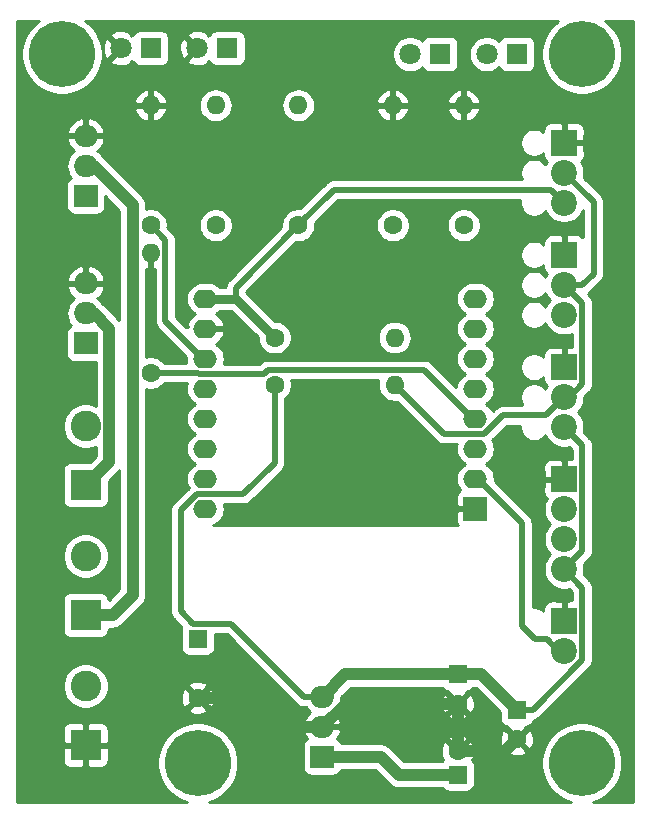
<source format=gbl>
G04 #@! TF.GenerationSoftware,KiCad,Pcbnew,(5.1.4)-1*
G04 #@! TF.CreationDate,2019-09-16T08:25:28+02:00*
G04 #@! TF.ProjectId,virtual_clues,76697274-7561-46c5-9f63-6c7565732e6b,rev?*
G04 #@! TF.SameCoordinates,Original*
G04 #@! TF.FileFunction,Copper,L2,Bot*
G04 #@! TF.FilePolarity,Positive*
%FSLAX46Y46*%
G04 Gerber Fmt 4.6, Leading zero omitted, Abs format (unit mm)*
G04 Created by KiCad (PCBNEW (5.1.4)-1) date 2019-09-16 08:25:28*
%MOMM*%
%LPD*%
G04 APERTURE LIST*
%ADD10O,2.000000X1.600000*%
%ADD11R,2.000000X2.000000*%
%ADD12C,5.600000*%
%ADD13C,1.600000*%
%ADD14R,1.600000X1.600000*%
%ADD15R,1.800000X1.800000*%
%ADD16C,1.800000*%
%ADD17C,2.600000*%
%ADD18R,2.600000X2.600000*%
%ADD19C,2.200000*%
%ADD20R,2.200000X2.200000*%
%ADD21O,1.600000X1.600000*%
%ADD22R,2.000000X1.905000*%
%ADD23O,2.000000X1.905000*%
%ADD24C,1.000000*%
%ADD25C,0.750000*%
%ADD26C,0.500000*%
%ADD27C,0.254000*%
G04 APERTURE END LIST*
D10*
X111500000Y-78960000D03*
D11*
X111500000Y-81500000D03*
D10*
X111500000Y-76420000D03*
X111500000Y-73880000D03*
X111500000Y-71340000D03*
X111500000Y-68800000D03*
X111500000Y-66260000D03*
X111500000Y-63720000D03*
X88640000Y-63720000D03*
X88640000Y-66260000D03*
X88640000Y-68800000D03*
X88640000Y-71340000D03*
X88640000Y-73880000D03*
X88640000Y-76420000D03*
X88640000Y-78960000D03*
X88640000Y-81500000D03*
D12*
X88000000Y-103000000D03*
X76500000Y-43000000D03*
X120500000Y-103000000D03*
X120500000Y-43000000D03*
D13*
X88000000Y-97500000D03*
D14*
X88000000Y-92500000D03*
D13*
X115000000Y-101000000D03*
D14*
X115000000Y-98500000D03*
D13*
X110000000Y-102000000D03*
D14*
X110000000Y-104000000D03*
D13*
X110000000Y-98000000D03*
D14*
X110000000Y-95500000D03*
D15*
X84000000Y-42500000D03*
D16*
X81460000Y-42500000D03*
D17*
X78500000Y-96500000D03*
D18*
X78500000Y-101500000D03*
D16*
X87960000Y-42500000D03*
D15*
X90500000Y-42500000D03*
D18*
X78500000Y-90500000D03*
D17*
X78500000Y-85500000D03*
D19*
X119000000Y-74580000D03*
X119000000Y-72040000D03*
D20*
X119000000Y-69500000D03*
X119000000Y-79000000D03*
D19*
X119000000Y-81540000D03*
X119000000Y-84080000D03*
X119000000Y-86620000D03*
D20*
X119000000Y-60000000D03*
D19*
X119000000Y-62540000D03*
X119000000Y-65080000D03*
D13*
X89500000Y-57500000D03*
D21*
X89500000Y-47340000D03*
X104500000Y-47340000D03*
D13*
X104500000Y-57500000D03*
D21*
X96500000Y-47340000D03*
D13*
X96500000Y-57500000D03*
D20*
X119000000Y-91000000D03*
D19*
X119000000Y-93540000D03*
D22*
X78500000Y-55000000D03*
D23*
X78500000Y-52460000D03*
X78500000Y-49920000D03*
D13*
X94500000Y-67000000D03*
D21*
X104660000Y-67000000D03*
D23*
X98500000Y-97420000D03*
X98500000Y-99960000D03*
D22*
X98500000Y-102500000D03*
D15*
X108500000Y-43000000D03*
D16*
X105960000Y-43000000D03*
D13*
X84000000Y-57500000D03*
D21*
X84000000Y-47340000D03*
D13*
X94500000Y-71000000D03*
D21*
X104660000Y-71000000D03*
D20*
X119000000Y-50500000D03*
D19*
X119000000Y-53040000D03*
X119000000Y-55580000D03*
D13*
X84000000Y-70000000D03*
D21*
X84000000Y-59840000D03*
D18*
X78500000Y-79500000D03*
D17*
X78500000Y-74500000D03*
D21*
X110500000Y-47340000D03*
D13*
X110500000Y-57500000D03*
D22*
X78500000Y-67500000D03*
D23*
X78500000Y-64960000D03*
X78500000Y-62420000D03*
D15*
X115000000Y-43000000D03*
D16*
X112460000Y-43000000D03*
D24*
X88000000Y-97500000D02*
X91000000Y-97500000D01*
X93460000Y-99960000D02*
X98500000Y-99960000D01*
X91000000Y-97500000D02*
X93460000Y-99960000D01*
X98547500Y-99960000D02*
X100507500Y-98000000D01*
X98500000Y-99960000D02*
X98547500Y-99960000D01*
X100507500Y-98000000D02*
X110000000Y-98000000D01*
X114000000Y-102000000D02*
X115000000Y-101000000D01*
X110000000Y-102000000D02*
X114000000Y-102000000D01*
X110000000Y-98000000D02*
X110000000Y-102000000D01*
X98500000Y-102500000D02*
X103500000Y-102500000D01*
X105000000Y-104000000D02*
X110000000Y-104000000D01*
X103500000Y-102500000D02*
X105000000Y-104000000D01*
D25*
X91220000Y-63720000D02*
X94500000Y-67000000D01*
X88640000Y-63720000D02*
X91220000Y-63720000D01*
D24*
X98500000Y-97420000D02*
X98580000Y-97420000D01*
X100500000Y-95500000D02*
X110000000Y-95500000D01*
X98580000Y-97420000D02*
X100500000Y-95500000D01*
X112000000Y-95500000D02*
X115000000Y-98500000D01*
X110000000Y-95500000D02*
X112000000Y-95500000D01*
D26*
X91220000Y-62780000D02*
X91220000Y-63720000D01*
X96500000Y-57500000D02*
X91220000Y-62780000D01*
X117900001Y-54480001D02*
X119000000Y-55580000D01*
X99519999Y-54480001D02*
X117900001Y-54480001D01*
X96500000Y-57500000D02*
X99519999Y-54480001D01*
X116300000Y-98500000D02*
X115000000Y-98500000D01*
X116334002Y-98500000D02*
X116300000Y-98500000D01*
X120550001Y-94284001D02*
X116334002Y-98500000D01*
X120550001Y-88170001D02*
X120550001Y-94284001D01*
X119000000Y-86620000D02*
X120550001Y-88170001D01*
X120099999Y-85520001D02*
X119000000Y-86620000D01*
X120550001Y-85069999D02*
X120099999Y-85520001D01*
X120550001Y-76130001D02*
X120550001Y-85069999D01*
X119000000Y-74580000D02*
X120550001Y-76130001D01*
X97000000Y-97420000D02*
X98500000Y-97420000D01*
X90829999Y-91249999D02*
X97000000Y-97420000D01*
X86549990Y-90186402D02*
X87613587Y-91249999D01*
X86549990Y-81622229D02*
X86549990Y-90186402D01*
X87922229Y-80249990D02*
X86549990Y-81622229D01*
X87613587Y-91249999D02*
X90829999Y-91249999D01*
X91857791Y-80249990D02*
X87922229Y-80249990D01*
X94500000Y-77607781D02*
X91857791Y-80249990D01*
X94500000Y-71000000D02*
X94500000Y-77607781D01*
D24*
X79172502Y-52460000D02*
X82500000Y-55787498D01*
X78500000Y-52460000D02*
X79172502Y-52460000D01*
X80800000Y-90500000D02*
X78500000Y-90500000D01*
X82500000Y-88800000D02*
X80800000Y-90500000D01*
X82500000Y-55787498D02*
X82500000Y-88800000D01*
D26*
X120555634Y-62540000D02*
X119000000Y-62540000D01*
X121500000Y-61595634D02*
X120555634Y-62540000D01*
X121500000Y-55540000D02*
X121500000Y-61595634D01*
X119000000Y-53040000D02*
X121500000Y-55540000D01*
X119470002Y-72040000D02*
X119000000Y-72040000D01*
X120550001Y-70960001D02*
X119470002Y-72040000D01*
X120550001Y-64090001D02*
X120550001Y-70960001D01*
X119000000Y-62540000D02*
X120550001Y-64090001D01*
X105459999Y-71799999D02*
X104660000Y-71000000D01*
X108829990Y-75169990D02*
X105459999Y-71799999D01*
X112217771Y-75169990D02*
X108829990Y-75169990D01*
X113807762Y-73579999D02*
X112217771Y-75169990D01*
X117460001Y-73579999D02*
X113807762Y-73579999D01*
X119000000Y-72040000D02*
X117460001Y-73579999D01*
X88440000Y-68800000D02*
X88640000Y-68800000D01*
X85250001Y-65610001D02*
X88440000Y-68800000D01*
X85250001Y-58750001D02*
X85250001Y-65610001D01*
X84000000Y-57500000D02*
X85250001Y-58750001D01*
X88840000Y-73880000D02*
X88640000Y-73880000D01*
X118529998Y-93540000D02*
X119000000Y-93540000D01*
X117529997Y-92539999D02*
X118529998Y-93540000D01*
X116539999Y-92539999D02*
X117529997Y-92539999D01*
X115459999Y-91459999D02*
X116539999Y-92539999D01*
X115459999Y-82719999D02*
X115459999Y-91459999D01*
X111700000Y-78960000D02*
X115459999Y-82719999D01*
X111500000Y-78960000D02*
X111700000Y-78960000D01*
X111300000Y-73880000D02*
X111500000Y-73880000D01*
X107169999Y-69749999D02*
X111300000Y-73880000D01*
X93899999Y-69749999D02*
X107169999Y-69749999D01*
X93560008Y-70089990D02*
X93899999Y-69749999D01*
X88089990Y-70089990D02*
X93560008Y-70089990D01*
X88000000Y-70000000D02*
X88089990Y-70089990D01*
X84000000Y-70000000D02*
X88000000Y-70000000D01*
D24*
X80500001Y-77499999D02*
X78500000Y-79500000D01*
X80500001Y-66287499D02*
X80500001Y-77499999D01*
X79172502Y-64960000D02*
X80500001Y-66287499D01*
X78500000Y-64960000D02*
X79172502Y-64960000D01*
D27*
G36*
X74310315Y-40331862D02*
G01*
X73831862Y-40810315D01*
X73455943Y-41372918D01*
X73197006Y-41998048D01*
X73065000Y-42661682D01*
X73065000Y-43338318D01*
X73197006Y-44001952D01*
X73455943Y-44627082D01*
X73831862Y-45189685D01*
X74310315Y-45668138D01*
X74872918Y-46044057D01*
X75498048Y-46302994D01*
X76161682Y-46435000D01*
X76838318Y-46435000D01*
X77501952Y-46302994D01*
X78127082Y-46044057D01*
X78689685Y-45668138D01*
X79168138Y-45189685D01*
X79544057Y-44627082D01*
X79802994Y-44001952D01*
X79935000Y-43338318D01*
X79935000Y-42678939D01*
X79961603Y-42865907D01*
X80061778Y-43151199D01*
X80141739Y-43300792D01*
X80395920Y-43384475D01*
X81280395Y-42500000D01*
X80395920Y-41615525D01*
X80141739Y-41699208D01*
X80010842Y-41971775D01*
X79935635Y-42264642D01*
X79919009Y-42566553D01*
X79926375Y-42618321D01*
X79802994Y-41998048D01*
X79570154Y-41435920D01*
X80575525Y-41435920D01*
X81460000Y-42320395D01*
X81474143Y-42306253D01*
X81653748Y-42485858D01*
X81639605Y-42500000D01*
X81653748Y-42514143D01*
X81474143Y-42693748D01*
X81460000Y-42679605D01*
X80575525Y-43564080D01*
X80659208Y-43818261D01*
X80931775Y-43949158D01*
X81224642Y-44024365D01*
X81526553Y-44040991D01*
X81825907Y-43998397D01*
X82111199Y-43898222D01*
X82260792Y-43818261D01*
X82344474Y-43564082D01*
X82460422Y-43680030D01*
X82507187Y-43633265D01*
X82510498Y-43644180D01*
X82569463Y-43754494D01*
X82648815Y-43851185D01*
X82745506Y-43930537D01*
X82855820Y-43989502D01*
X82975518Y-44025812D01*
X83100000Y-44038072D01*
X84900000Y-44038072D01*
X85024482Y-44025812D01*
X85144180Y-43989502D01*
X85254494Y-43930537D01*
X85351185Y-43851185D01*
X85430537Y-43754494D01*
X85489502Y-43644180D01*
X85525812Y-43524482D01*
X85538072Y-43400000D01*
X85538072Y-42566553D01*
X86419009Y-42566553D01*
X86461603Y-42865907D01*
X86561778Y-43151199D01*
X86641739Y-43300792D01*
X86895920Y-43384475D01*
X87780395Y-42500000D01*
X86895920Y-41615525D01*
X86641739Y-41699208D01*
X86510842Y-41971775D01*
X86435635Y-42264642D01*
X86419009Y-42566553D01*
X85538072Y-42566553D01*
X85538072Y-41600000D01*
X85525812Y-41475518D01*
X85513801Y-41435920D01*
X87075525Y-41435920D01*
X87960000Y-42320395D01*
X87974143Y-42306253D01*
X88153748Y-42485858D01*
X88139605Y-42500000D01*
X88153748Y-42514143D01*
X87974143Y-42693748D01*
X87960000Y-42679605D01*
X87075525Y-43564080D01*
X87159208Y-43818261D01*
X87431775Y-43949158D01*
X87724642Y-44024365D01*
X88026553Y-44040991D01*
X88325907Y-43998397D01*
X88611199Y-43898222D01*
X88760792Y-43818261D01*
X88844474Y-43564082D01*
X88960422Y-43680030D01*
X89007187Y-43633265D01*
X89010498Y-43644180D01*
X89069463Y-43754494D01*
X89148815Y-43851185D01*
X89245506Y-43930537D01*
X89355820Y-43989502D01*
X89475518Y-44025812D01*
X89600000Y-44038072D01*
X91400000Y-44038072D01*
X91524482Y-44025812D01*
X91644180Y-43989502D01*
X91754494Y-43930537D01*
X91851185Y-43851185D01*
X91930537Y-43754494D01*
X91989502Y-43644180D01*
X92025812Y-43524482D01*
X92038072Y-43400000D01*
X92038072Y-42848816D01*
X104425000Y-42848816D01*
X104425000Y-43151184D01*
X104483989Y-43447743D01*
X104599701Y-43727095D01*
X104767688Y-43978505D01*
X104981495Y-44192312D01*
X105232905Y-44360299D01*
X105512257Y-44476011D01*
X105808816Y-44535000D01*
X106111184Y-44535000D01*
X106407743Y-44476011D01*
X106687095Y-44360299D01*
X106938505Y-44192312D01*
X107004944Y-44125873D01*
X107010498Y-44144180D01*
X107069463Y-44254494D01*
X107148815Y-44351185D01*
X107245506Y-44430537D01*
X107355820Y-44489502D01*
X107475518Y-44525812D01*
X107600000Y-44538072D01*
X109400000Y-44538072D01*
X109524482Y-44525812D01*
X109644180Y-44489502D01*
X109754494Y-44430537D01*
X109851185Y-44351185D01*
X109930537Y-44254494D01*
X109989502Y-44144180D01*
X110025812Y-44024482D01*
X110038072Y-43900000D01*
X110038072Y-42848816D01*
X110925000Y-42848816D01*
X110925000Y-43151184D01*
X110983989Y-43447743D01*
X111099701Y-43727095D01*
X111267688Y-43978505D01*
X111481495Y-44192312D01*
X111732905Y-44360299D01*
X112012257Y-44476011D01*
X112308816Y-44535000D01*
X112611184Y-44535000D01*
X112907743Y-44476011D01*
X113187095Y-44360299D01*
X113438505Y-44192312D01*
X113504944Y-44125873D01*
X113510498Y-44144180D01*
X113569463Y-44254494D01*
X113648815Y-44351185D01*
X113745506Y-44430537D01*
X113855820Y-44489502D01*
X113975518Y-44525812D01*
X114100000Y-44538072D01*
X115900000Y-44538072D01*
X116024482Y-44525812D01*
X116144180Y-44489502D01*
X116254494Y-44430537D01*
X116351185Y-44351185D01*
X116430537Y-44254494D01*
X116489502Y-44144180D01*
X116525812Y-44024482D01*
X116538072Y-43900000D01*
X116538072Y-42100000D01*
X116525812Y-41975518D01*
X116489502Y-41855820D01*
X116430537Y-41745506D01*
X116351185Y-41648815D01*
X116254494Y-41569463D01*
X116144180Y-41510498D01*
X116024482Y-41474188D01*
X115900000Y-41461928D01*
X114100000Y-41461928D01*
X113975518Y-41474188D01*
X113855820Y-41510498D01*
X113745506Y-41569463D01*
X113648815Y-41648815D01*
X113569463Y-41745506D01*
X113510498Y-41855820D01*
X113504944Y-41874127D01*
X113438505Y-41807688D01*
X113187095Y-41639701D01*
X112907743Y-41523989D01*
X112611184Y-41465000D01*
X112308816Y-41465000D01*
X112012257Y-41523989D01*
X111732905Y-41639701D01*
X111481495Y-41807688D01*
X111267688Y-42021495D01*
X111099701Y-42272905D01*
X110983989Y-42552257D01*
X110925000Y-42848816D01*
X110038072Y-42848816D01*
X110038072Y-42100000D01*
X110025812Y-41975518D01*
X109989502Y-41855820D01*
X109930537Y-41745506D01*
X109851185Y-41648815D01*
X109754494Y-41569463D01*
X109644180Y-41510498D01*
X109524482Y-41474188D01*
X109400000Y-41461928D01*
X107600000Y-41461928D01*
X107475518Y-41474188D01*
X107355820Y-41510498D01*
X107245506Y-41569463D01*
X107148815Y-41648815D01*
X107069463Y-41745506D01*
X107010498Y-41855820D01*
X107004944Y-41874127D01*
X106938505Y-41807688D01*
X106687095Y-41639701D01*
X106407743Y-41523989D01*
X106111184Y-41465000D01*
X105808816Y-41465000D01*
X105512257Y-41523989D01*
X105232905Y-41639701D01*
X104981495Y-41807688D01*
X104767688Y-42021495D01*
X104599701Y-42272905D01*
X104483989Y-42552257D01*
X104425000Y-42848816D01*
X92038072Y-42848816D01*
X92038072Y-41600000D01*
X92025812Y-41475518D01*
X91989502Y-41355820D01*
X91930537Y-41245506D01*
X91851185Y-41148815D01*
X91754494Y-41069463D01*
X91644180Y-41010498D01*
X91524482Y-40974188D01*
X91400000Y-40961928D01*
X89600000Y-40961928D01*
X89475518Y-40974188D01*
X89355820Y-41010498D01*
X89245506Y-41069463D01*
X89148815Y-41148815D01*
X89069463Y-41245506D01*
X89010498Y-41355820D01*
X89007187Y-41366735D01*
X88960422Y-41319970D01*
X88844474Y-41435918D01*
X88760792Y-41181739D01*
X88488225Y-41050842D01*
X88195358Y-40975635D01*
X87893447Y-40959009D01*
X87594093Y-41001603D01*
X87308801Y-41101778D01*
X87159208Y-41181739D01*
X87075525Y-41435920D01*
X85513801Y-41435920D01*
X85489502Y-41355820D01*
X85430537Y-41245506D01*
X85351185Y-41148815D01*
X85254494Y-41069463D01*
X85144180Y-41010498D01*
X85024482Y-40974188D01*
X84900000Y-40961928D01*
X83100000Y-40961928D01*
X82975518Y-40974188D01*
X82855820Y-41010498D01*
X82745506Y-41069463D01*
X82648815Y-41148815D01*
X82569463Y-41245506D01*
X82510498Y-41355820D01*
X82507187Y-41366735D01*
X82460422Y-41319970D01*
X82344474Y-41435918D01*
X82260792Y-41181739D01*
X81988225Y-41050842D01*
X81695358Y-40975635D01*
X81393447Y-40959009D01*
X81094093Y-41001603D01*
X80808801Y-41101778D01*
X80659208Y-41181739D01*
X80575525Y-41435920D01*
X79570154Y-41435920D01*
X79544057Y-41372918D01*
X79168138Y-40810315D01*
X78689685Y-40331862D01*
X78469890Y-40185000D01*
X118530110Y-40185000D01*
X118310315Y-40331862D01*
X117831862Y-40810315D01*
X117455943Y-41372918D01*
X117197006Y-41998048D01*
X117065000Y-42661682D01*
X117065000Y-43338318D01*
X117197006Y-44001952D01*
X117455943Y-44627082D01*
X117831862Y-45189685D01*
X118310315Y-45668138D01*
X118872918Y-46044057D01*
X119498048Y-46302994D01*
X120161682Y-46435000D01*
X120838318Y-46435000D01*
X121501952Y-46302994D01*
X122127082Y-46044057D01*
X122689685Y-45668138D01*
X123168138Y-45189685D01*
X123544057Y-44627082D01*
X123802994Y-44001952D01*
X123935000Y-43338318D01*
X123935000Y-42661682D01*
X123802994Y-41998048D01*
X123544057Y-41372918D01*
X123168138Y-40810315D01*
X122689685Y-40331862D01*
X122469890Y-40185000D01*
X124815000Y-40185000D01*
X124815001Y-106315000D01*
X121441594Y-106315000D01*
X121501952Y-106302994D01*
X122127082Y-106044057D01*
X122689685Y-105668138D01*
X123168138Y-105189685D01*
X123544057Y-104627082D01*
X123802994Y-104001952D01*
X123935000Y-103338318D01*
X123935000Y-102661682D01*
X123802994Y-101998048D01*
X123544057Y-101372918D01*
X123168138Y-100810315D01*
X122689685Y-100331862D01*
X122127082Y-99955943D01*
X121501952Y-99697006D01*
X120838318Y-99565000D01*
X120161682Y-99565000D01*
X119498048Y-99697006D01*
X118872918Y-99955943D01*
X118310315Y-100331862D01*
X117831862Y-100810315D01*
X117455943Y-101372918D01*
X117197006Y-101998048D01*
X117065000Y-102661682D01*
X117065000Y-103338318D01*
X117197006Y-104001952D01*
X117455943Y-104627082D01*
X117831862Y-105189685D01*
X118310315Y-105668138D01*
X118872918Y-106044057D01*
X119498048Y-106302994D01*
X119558406Y-106315000D01*
X88941594Y-106315000D01*
X89001952Y-106302994D01*
X89627082Y-106044057D01*
X90189685Y-105668138D01*
X90668138Y-105189685D01*
X91044057Y-104627082D01*
X91302994Y-104001952D01*
X91435000Y-103338318D01*
X91435000Y-102661682D01*
X91302994Y-101998048D01*
X91116372Y-101547500D01*
X96861928Y-101547500D01*
X96861928Y-103452500D01*
X96874188Y-103576982D01*
X96910498Y-103696680D01*
X96969463Y-103806994D01*
X97048815Y-103903685D01*
X97145506Y-103983037D01*
X97255820Y-104042002D01*
X97375518Y-104078312D01*
X97500000Y-104090572D01*
X99500000Y-104090572D01*
X99624482Y-104078312D01*
X99744180Y-104042002D01*
X99854494Y-103983037D01*
X99951185Y-103903685D01*
X100030537Y-103806994D01*
X100089502Y-103696680D01*
X100108212Y-103635000D01*
X103029869Y-103635000D01*
X104158008Y-104763140D01*
X104193551Y-104806449D01*
X104366377Y-104948284D01*
X104563553Y-105053676D01*
X104777501Y-105118577D01*
X104944248Y-105135000D01*
X104944257Y-105135000D01*
X104999999Y-105140490D01*
X105055741Y-105135000D01*
X108659043Y-105135000D01*
X108669463Y-105154494D01*
X108748815Y-105251185D01*
X108845506Y-105330537D01*
X108955820Y-105389502D01*
X109075518Y-105425812D01*
X109200000Y-105438072D01*
X110800000Y-105438072D01*
X110924482Y-105425812D01*
X111044180Y-105389502D01*
X111154494Y-105330537D01*
X111251185Y-105251185D01*
X111330537Y-105154494D01*
X111389502Y-105044180D01*
X111425812Y-104924482D01*
X111438072Y-104800000D01*
X111438072Y-103200000D01*
X111425812Y-103075518D01*
X111389502Y-102955820D01*
X111330537Y-102845506D01*
X111251185Y-102748815D01*
X111238242Y-102738193D01*
X111357571Y-102486004D01*
X111426300Y-102211816D01*
X111437100Y-101992702D01*
X114186903Y-101992702D01*
X114258486Y-102236671D01*
X114513996Y-102357571D01*
X114788184Y-102426300D01*
X115070512Y-102440217D01*
X115350130Y-102398787D01*
X115616292Y-102303603D01*
X115741514Y-102236671D01*
X115813097Y-101992702D01*
X115000000Y-101179605D01*
X114186903Y-101992702D01*
X111437100Y-101992702D01*
X111440217Y-101929488D01*
X111398787Y-101649870D01*
X111303603Y-101383708D01*
X111236671Y-101258486D01*
X110992702Y-101186903D01*
X110179605Y-102000000D01*
X110193748Y-102014143D01*
X110014143Y-102193748D01*
X110000000Y-102179605D01*
X109985858Y-102193748D01*
X109806253Y-102014143D01*
X109820395Y-102000000D01*
X109007298Y-101186903D01*
X108763329Y-101258486D01*
X108642429Y-101513996D01*
X108573700Y-101788184D01*
X108559783Y-102070512D01*
X108601213Y-102350130D01*
X108696397Y-102616292D01*
X108761616Y-102738309D01*
X108748815Y-102748815D01*
X108669463Y-102845506D01*
X108659043Y-102865000D01*
X105470132Y-102865000D01*
X104341996Y-101736865D01*
X104306449Y-101693551D01*
X104133623Y-101551716D01*
X103936447Y-101446324D01*
X103722499Y-101381423D01*
X103555752Y-101365000D01*
X103555751Y-101365000D01*
X103500000Y-101359509D01*
X103444249Y-101365000D01*
X100108212Y-101365000D01*
X100089502Y-101303320D01*
X100030537Y-101193006D01*
X99951185Y-101096315D01*
X99854494Y-101016963D01*
X99836413Y-101007298D01*
X109186903Y-101007298D01*
X110000000Y-101820395D01*
X110749883Y-101070512D01*
X113559783Y-101070512D01*
X113601213Y-101350130D01*
X113696397Y-101616292D01*
X113763329Y-101741514D01*
X114007298Y-101813097D01*
X114820395Y-101000000D01*
X115179605Y-101000000D01*
X115992702Y-101813097D01*
X116236671Y-101741514D01*
X116357571Y-101486004D01*
X116426300Y-101211816D01*
X116440217Y-100929488D01*
X116398787Y-100649870D01*
X116303603Y-100383708D01*
X116236671Y-100258486D01*
X115992702Y-100186903D01*
X115179605Y-101000000D01*
X114820395Y-101000000D01*
X114007298Y-100186903D01*
X113763329Y-100258486D01*
X113642429Y-100513996D01*
X113573700Y-100788184D01*
X113559783Y-101070512D01*
X110749883Y-101070512D01*
X110813097Y-101007298D01*
X110741514Y-100763329D01*
X110486004Y-100642429D01*
X110211816Y-100573700D01*
X109929488Y-100559783D01*
X109649870Y-100601213D01*
X109383708Y-100696397D01*
X109258486Y-100763329D01*
X109186903Y-101007298D01*
X99836413Y-101007298D01*
X99762781Y-100967941D01*
X99875969Y-100826923D01*
X100019571Y-100551094D01*
X100090563Y-100332980D01*
X99970594Y-100087000D01*
X98627000Y-100087000D01*
X98627000Y-100107000D01*
X98373000Y-100107000D01*
X98373000Y-100087000D01*
X97029406Y-100087000D01*
X96909437Y-100332980D01*
X96980429Y-100551094D01*
X97124031Y-100826923D01*
X97237219Y-100967941D01*
X97145506Y-101016963D01*
X97048815Y-101096315D01*
X96969463Y-101193006D01*
X96910498Y-101303320D01*
X96874188Y-101423018D01*
X96861928Y-101547500D01*
X91116372Y-101547500D01*
X91044057Y-101372918D01*
X90668138Y-100810315D01*
X90189685Y-100331862D01*
X89627082Y-99955943D01*
X89001952Y-99697006D01*
X88338318Y-99565000D01*
X87661682Y-99565000D01*
X86998048Y-99697006D01*
X86372918Y-99955943D01*
X85810315Y-100331862D01*
X85331862Y-100810315D01*
X84955943Y-101372918D01*
X84697006Y-101998048D01*
X84565000Y-102661682D01*
X84565000Y-103338318D01*
X84697006Y-104001952D01*
X84955943Y-104627082D01*
X85331862Y-105189685D01*
X85810315Y-105668138D01*
X86372918Y-106044057D01*
X86998048Y-106302994D01*
X87058406Y-106315000D01*
X72685000Y-106315000D01*
X72685000Y-102800000D01*
X76561928Y-102800000D01*
X76574188Y-102924482D01*
X76610498Y-103044180D01*
X76669463Y-103154494D01*
X76748815Y-103251185D01*
X76845506Y-103330537D01*
X76955820Y-103389502D01*
X77075518Y-103425812D01*
X77200000Y-103438072D01*
X78214250Y-103435000D01*
X78373000Y-103276250D01*
X78373000Y-101627000D01*
X78627000Y-101627000D01*
X78627000Y-103276250D01*
X78785750Y-103435000D01*
X79800000Y-103438072D01*
X79924482Y-103425812D01*
X80044180Y-103389502D01*
X80154494Y-103330537D01*
X80251185Y-103251185D01*
X80330537Y-103154494D01*
X80389502Y-103044180D01*
X80425812Y-102924482D01*
X80438072Y-102800000D01*
X80435000Y-101785750D01*
X80276250Y-101627000D01*
X78627000Y-101627000D01*
X78373000Y-101627000D01*
X76723750Y-101627000D01*
X76565000Y-101785750D01*
X76561928Y-102800000D01*
X72685000Y-102800000D01*
X72685000Y-100200000D01*
X76561928Y-100200000D01*
X76565000Y-101214250D01*
X76723750Y-101373000D01*
X78373000Y-101373000D01*
X78373000Y-99723750D01*
X78627000Y-99723750D01*
X78627000Y-101373000D01*
X80276250Y-101373000D01*
X80435000Y-101214250D01*
X80438072Y-100200000D01*
X80425812Y-100075518D01*
X80389502Y-99955820D01*
X80330537Y-99845506D01*
X80251185Y-99748815D01*
X80154494Y-99669463D01*
X80044180Y-99610498D01*
X79924482Y-99574188D01*
X79800000Y-99561928D01*
X78785750Y-99565000D01*
X78627000Y-99723750D01*
X78373000Y-99723750D01*
X78214250Y-99565000D01*
X77200000Y-99561928D01*
X77075518Y-99574188D01*
X76955820Y-99610498D01*
X76845506Y-99669463D01*
X76748815Y-99748815D01*
X76669463Y-99845506D01*
X76610498Y-99955820D01*
X76574188Y-100075518D01*
X76561928Y-100200000D01*
X72685000Y-100200000D01*
X72685000Y-98492702D01*
X87186903Y-98492702D01*
X87258486Y-98736671D01*
X87513996Y-98857571D01*
X87788184Y-98926300D01*
X88070512Y-98940217D01*
X88350130Y-98898787D01*
X88616292Y-98803603D01*
X88741514Y-98736671D01*
X88813097Y-98492702D01*
X88000000Y-97679605D01*
X87186903Y-98492702D01*
X72685000Y-98492702D01*
X72685000Y-96309419D01*
X76565000Y-96309419D01*
X76565000Y-96690581D01*
X76639361Y-97064419D01*
X76785225Y-97416566D01*
X76996987Y-97733491D01*
X77266509Y-98003013D01*
X77583434Y-98214775D01*
X77935581Y-98360639D01*
X78309419Y-98435000D01*
X78690581Y-98435000D01*
X79064419Y-98360639D01*
X79416566Y-98214775D01*
X79733491Y-98003013D01*
X80003013Y-97733491D01*
X80111911Y-97570512D01*
X86559783Y-97570512D01*
X86601213Y-97850130D01*
X86696397Y-98116292D01*
X86763329Y-98241514D01*
X87007298Y-98313097D01*
X87820395Y-97500000D01*
X88179605Y-97500000D01*
X88992702Y-98313097D01*
X89236671Y-98241514D01*
X89357571Y-97986004D01*
X89426300Y-97711816D01*
X89440217Y-97429488D01*
X89398787Y-97149870D01*
X89303603Y-96883708D01*
X89236671Y-96758486D01*
X88992702Y-96686903D01*
X88179605Y-97500000D01*
X87820395Y-97500000D01*
X87007298Y-96686903D01*
X86763329Y-96758486D01*
X86642429Y-97013996D01*
X86573700Y-97288184D01*
X86559783Y-97570512D01*
X80111911Y-97570512D01*
X80214775Y-97416566D01*
X80360639Y-97064419D01*
X80435000Y-96690581D01*
X80435000Y-96507298D01*
X87186903Y-96507298D01*
X88000000Y-97320395D01*
X88813097Y-96507298D01*
X88741514Y-96263329D01*
X88486004Y-96142429D01*
X88211816Y-96073700D01*
X87929488Y-96059783D01*
X87649870Y-96101213D01*
X87383708Y-96196397D01*
X87258486Y-96263329D01*
X87186903Y-96507298D01*
X80435000Y-96507298D01*
X80435000Y-96309419D01*
X80360639Y-95935581D01*
X80214775Y-95583434D01*
X80003013Y-95266509D01*
X79733491Y-94996987D01*
X79416566Y-94785225D01*
X79064419Y-94639361D01*
X78690581Y-94565000D01*
X78309419Y-94565000D01*
X77935581Y-94639361D01*
X77583434Y-94785225D01*
X77266509Y-94996987D01*
X76996987Y-95266509D01*
X76785225Y-95583434D01*
X76639361Y-95935581D01*
X76565000Y-96309419D01*
X72685000Y-96309419D01*
X72685000Y-85309419D01*
X76565000Y-85309419D01*
X76565000Y-85690581D01*
X76639361Y-86064419D01*
X76785225Y-86416566D01*
X76996987Y-86733491D01*
X77266509Y-87003013D01*
X77583434Y-87214775D01*
X77935581Y-87360639D01*
X78309419Y-87435000D01*
X78690581Y-87435000D01*
X79064419Y-87360639D01*
X79416566Y-87214775D01*
X79733491Y-87003013D01*
X80003013Y-86733491D01*
X80214775Y-86416566D01*
X80360639Y-86064419D01*
X80435000Y-85690581D01*
X80435000Y-85309419D01*
X80360639Y-84935581D01*
X80214775Y-84583434D01*
X80003013Y-84266509D01*
X79733491Y-83996987D01*
X79416566Y-83785225D01*
X79064419Y-83639361D01*
X78690581Y-83565000D01*
X78309419Y-83565000D01*
X77935581Y-83639361D01*
X77583434Y-83785225D01*
X77266509Y-83996987D01*
X76996987Y-84266509D01*
X76785225Y-84583434D01*
X76639361Y-84935581D01*
X76565000Y-85309419D01*
X72685000Y-85309419D01*
X72685000Y-78200000D01*
X76561928Y-78200000D01*
X76561928Y-80800000D01*
X76574188Y-80924482D01*
X76610498Y-81044180D01*
X76669463Y-81154494D01*
X76748815Y-81251185D01*
X76845506Y-81330537D01*
X76955820Y-81389502D01*
X77075518Y-81425812D01*
X77200000Y-81438072D01*
X79800000Y-81438072D01*
X79924482Y-81425812D01*
X80044180Y-81389502D01*
X80154494Y-81330537D01*
X80251185Y-81251185D01*
X80330537Y-81154494D01*
X80389502Y-81044180D01*
X80425812Y-80924482D01*
X80438072Y-80800000D01*
X80438072Y-79167060D01*
X81263147Y-78341986D01*
X81306450Y-78306448D01*
X81365001Y-78235104D01*
X81365001Y-88329867D01*
X80438072Y-89256797D01*
X80438072Y-89200000D01*
X80425812Y-89075518D01*
X80389502Y-88955820D01*
X80330537Y-88845506D01*
X80251185Y-88748815D01*
X80154494Y-88669463D01*
X80044180Y-88610498D01*
X79924482Y-88574188D01*
X79800000Y-88561928D01*
X77200000Y-88561928D01*
X77075518Y-88574188D01*
X76955820Y-88610498D01*
X76845506Y-88669463D01*
X76748815Y-88748815D01*
X76669463Y-88845506D01*
X76610498Y-88955820D01*
X76574188Y-89075518D01*
X76561928Y-89200000D01*
X76561928Y-91800000D01*
X76574188Y-91924482D01*
X76610498Y-92044180D01*
X76669463Y-92154494D01*
X76748815Y-92251185D01*
X76845506Y-92330537D01*
X76955820Y-92389502D01*
X77075518Y-92425812D01*
X77200000Y-92438072D01*
X79800000Y-92438072D01*
X79924482Y-92425812D01*
X80044180Y-92389502D01*
X80154494Y-92330537D01*
X80251185Y-92251185D01*
X80330537Y-92154494D01*
X80389502Y-92044180D01*
X80425812Y-91924482D01*
X80438072Y-91800000D01*
X80438072Y-91635000D01*
X80744249Y-91635000D01*
X80800000Y-91640491D01*
X80855751Y-91635000D01*
X80855752Y-91635000D01*
X81022499Y-91618577D01*
X81236447Y-91553676D01*
X81433623Y-91448284D01*
X81606449Y-91306449D01*
X81641996Y-91263135D01*
X83263140Y-89641991D01*
X83306449Y-89606449D01*
X83448284Y-89433623D01*
X83553676Y-89236447D01*
X83618577Y-89022499D01*
X83635000Y-88855752D01*
X83640491Y-88800001D01*
X83635000Y-88744249D01*
X83635000Y-71390510D01*
X83858665Y-71435000D01*
X84141335Y-71435000D01*
X84418574Y-71379853D01*
X84679727Y-71271680D01*
X84914759Y-71114637D01*
X85114637Y-70914759D01*
X85134521Y-70885000D01*
X87078452Y-70885000D01*
X87025764Y-71058691D01*
X86998057Y-71340000D01*
X87025764Y-71621309D01*
X87107818Y-71891808D01*
X87241068Y-72141101D01*
X87420392Y-72359608D01*
X87638899Y-72538932D01*
X87771858Y-72610000D01*
X87638899Y-72681068D01*
X87420392Y-72860392D01*
X87241068Y-73078899D01*
X87107818Y-73328192D01*
X87025764Y-73598691D01*
X86998057Y-73880000D01*
X87025764Y-74161309D01*
X87107818Y-74431808D01*
X87241068Y-74681101D01*
X87420392Y-74899608D01*
X87638899Y-75078932D01*
X87771858Y-75150000D01*
X87638899Y-75221068D01*
X87420392Y-75400392D01*
X87241068Y-75618899D01*
X87107818Y-75868192D01*
X87025764Y-76138691D01*
X86998057Y-76420000D01*
X87025764Y-76701309D01*
X87107818Y-76971808D01*
X87241068Y-77221101D01*
X87420392Y-77439608D01*
X87638899Y-77618932D01*
X87771858Y-77690000D01*
X87638899Y-77761068D01*
X87420392Y-77940392D01*
X87241068Y-78158899D01*
X87107818Y-78408192D01*
X87025764Y-78678691D01*
X86998057Y-78960000D01*
X87025764Y-79241309D01*
X87107818Y-79511808D01*
X87212669Y-79707971D01*
X85954946Y-80965695D01*
X85921173Y-80993412D01*
X85810579Y-81128171D01*
X85728401Y-81281917D01*
X85677795Y-81448740D01*
X85664990Y-81578753D01*
X85664990Y-81578760D01*
X85660709Y-81622229D01*
X85664990Y-81665698D01*
X85664991Y-90142923D01*
X85660709Y-90186402D01*
X85677795Y-90359892D01*
X85728402Y-90526715D01*
X85810580Y-90680461D01*
X85893458Y-90781448D01*
X85893461Y-90781451D01*
X85921174Y-90815219D01*
X85954941Y-90842931D01*
X86600567Y-91488558D01*
X86574188Y-91575518D01*
X86561928Y-91700000D01*
X86561928Y-93300000D01*
X86574188Y-93424482D01*
X86610498Y-93544180D01*
X86669463Y-93654494D01*
X86748815Y-93751185D01*
X86845506Y-93830537D01*
X86955820Y-93889502D01*
X87075518Y-93925812D01*
X87200000Y-93938072D01*
X88800000Y-93938072D01*
X88924482Y-93925812D01*
X89044180Y-93889502D01*
X89154494Y-93830537D01*
X89251185Y-93751185D01*
X89330537Y-93654494D01*
X89389502Y-93544180D01*
X89425812Y-93424482D01*
X89438072Y-93300000D01*
X89438072Y-92134999D01*
X90463421Y-92134999D01*
X96343470Y-98015049D01*
X96371183Y-98048817D01*
X96404951Y-98076530D01*
X96404953Y-98076532D01*
X96453401Y-98116292D01*
X96505941Y-98159411D01*
X96659687Y-98241589D01*
X96826510Y-98292195D01*
X96956523Y-98305000D01*
X96956533Y-98305000D01*
X96999999Y-98309281D01*
X97043465Y-98305000D01*
X97125495Y-98305000D01*
X97126155Y-98306235D01*
X97324537Y-98547963D01*
X97503899Y-98695163D01*
X97318685Y-98850563D01*
X97124031Y-99093077D01*
X96980429Y-99368906D01*
X96909437Y-99587020D01*
X97029406Y-99833000D01*
X98373000Y-99833000D01*
X98373000Y-99813000D01*
X98627000Y-99813000D01*
X98627000Y-99833000D01*
X99970594Y-99833000D01*
X100090563Y-99587020D01*
X100019571Y-99368906D01*
X99875969Y-99093077D01*
X99795403Y-98992702D01*
X109186903Y-98992702D01*
X109258486Y-99236671D01*
X109513996Y-99357571D01*
X109788184Y-99426300D01*
X110070512Y-99440217D01*
X110350130Y-99398787D01*
X110616292Y-99303603D01*
X110741514Y-99236671D01*
X110813097Y-98992702D01*
X110000000Y-98179605D01*
X109186903Y-98992702D01*
X99795403Y-98992702D01*
X99681315Y-98850563D01*
X99496101Y-98695163D01*
X99675463Y-98547963D01*
X99873845Y-98306235D01*
X99999840Y-98070512D01*
X108559783Y-98070512D01*
X108601213Y-98350130D01*
X108696397Y-98616292D01*
X108763329Y-98741514D01*
X109007298Y-98813097D01*
X109820395Y-98000000D01*
X110179605Y-98000000D01*
X110992702Y-98813097D01*
X111236671Y-98741514D01*
X111357571Y-98486004D01*
X111426300Y-98211816D01*
X111440217Y-97929488D01*
X111398787Y-97649870D01*
X111303603Y-97383708D01*
X111236671Y-97258486D01*
X110992702Y-97186903D01*
X110179605Y-98000000D01*
X109820395Y-98000000D01*
X109007298Y-97186903D01*
X108763329Y-97258486D01*
X108642429Y-97513996D01*
X108573700Y-97788184D01*
X108559783Y-98070512D01*
X99999840Y-98070512D01*
X100021255Y-98030449D01*
X100112030Y-97731204D01*
X100138043Y-97467088D01*
X100970132Y-96635000D01*
X108659043Y-96635000D01*
X108669463Y-96654494D01*
X108748815Y-96751185D01*
X108845506Y-96830537D01*
X108955820Y-96889502D01*
X109075518Y-96925812D01*
X109200000Y-96938072D01*
X109207215Y-96938072D01*
X109186903Y-97007298D01*
X110000000Y-97820395D01*
X110813097Y-97007298D01*
X110792785Y-96938072D01*
X110800000Y-96938072D01*
X110924482Y-96925812D01*
X111044180Y-96889502D01*
X111154494Y-96830537D01*
X111251185Y-96751185D01*
X111330537Y-96654494D01*
X111340957Y-96635000D01*
X111529869Y-96635000D01*
X113561928Y-98667061D01*
X113561928Y-99300000D01*
X113574188Y-99424482D01*
X113610498Y-99544180D01*
X113669463Y-99654494D01*
X113748815Y-99751185D01*
X113845506Y-99830537D01*
X113955820Y-99889502D01*
X114075518Y-99925812D01*
X114200000Y-99938072D01*
X114207215Y-99938072D01*
X114186903Y-100007298D01*
X115000000Y-100820395D01*
X115813097Y-100007298D01*
X115792785Y-99938072D01*
X115800000Y-99938072D01*
X115924482Y-99925812D01*
X116044180Y-99889502D01*
X116154494Y-99830537D01*
X116251185Y-99751185D01*
X116330537Y-99654494D01*
X116389502Y-99544180D01*
X116425812Y-99424482D01*
X116430212Y-99379806D01*
X116507492Y-99372195D01*
X116674315Y-99321589D01*
X116828061Y-99239411D01*
X116962819Y-99128817D01*
X116990536Y-99095044D01*
X121145050Y-94940531D01*
X121178818Y-94912818D01*
X121216932Y-94866377D01*
X121289411Y-94778061D01*
X121289412Y-94778060D01*
X121371590Y-94624314D01*
X121406844Y-94508098D01*
X121422196Y-94457492D01*
X121431305Y-94365000D01*
X121435001Y-94327478D01*
X121435001Y-94327470D01*
X121439282Y-94284001D01*
X121435001Y-94240532D01*
X121435001Y-88213466D01*
X121439282Y-88170000D01*
X121435001Y-88126534D01*
X121435001Y-88126524D01*
X121422196Y-87996511D01*
X121371590Y-87829688D01*
X121289412Y-87675942D01*
X121178818Y-87541184D01*
X121145051Y-87513472D01*
X120683147Y-87051568D01*
X120735000Y-86790883D01*
X120735000Y-86449117D01*
X120683147Y-86188432D01*
X120756531Y-86115048D01*
X120756536Y-86115042D01*
X121145045Y-85726533D01*
X121178818Y-85698816D01*
X121289412Y-85564058D01*
X121371590Y-85410312D01*
X121422196Y-85243489D01*
X121435001Y-85113476D01*
X121435001Y-85113468D01*
X121439282Y-85069999D01*
X121435001Y-85026530D01*
X121435001Y-76173466D01*
X121439282Y-76130000D01*
X121435001Y-76086534D01*
X121435001Y-76086524D01*
X121422196Y-75956511D01*
X121371590Y-75789688D01*
X121289412Y-75635942D01*
X121178818Y-75501184D01*
X121145051Y-75473472D01*
X120683147Y-75011568D01*
X120735000Y-74750883D01*
X120735000Y-74409117D01*
X120668325Y-74073919D01*
X120537537Y-73758169D01*
X120347663Y-73474002D01*
X120183661Y-73310000D01*
X120347663Y-73145998D01*
X120537537Y-72861831D01*
X120668325Y-72546081D01*
X120735000Y-72210883D01*
X120735000Y-72026581D01*
X121145050Y-71616531D01*
X121178818Y-71588818D01*
X121289412Y-71454060D01*
X121371590Y-71300314D01*
X121422196Y-71133491D01*
X121435001Y-71003478D01*
X121435001Y-71003468D01*
X121439282Y-70960002D01*
X121435001Y-70916536D01*
X121435001Y-64133466D01*
X121439282Y-64090000D01*
X121435001Y-64046534D01*
X121435001Y-64046524D01*
X121422196Y-63916511D01*
X121371590Y-63749688D01*
X121289412Y-63595942D01*
X121245523Y-63542463D01*
X121206533Y-63494954D01*
X121206531Y-63494952D01*
X121178818Y-63461184D01*
X121145051Y-63433472D01*
X121011438Y-63299859D01*
X121049693Y-63279411D01*
X121184451Y-63168817D01*
X121212168Y-63135044D01*
X122095049Y-62252164D01*
X122128817Y-62224451D01*
X122239411Y-62089693D01*
X122321589Y-61935947D01*
X122372195Y-61769124D01*
X122385000Y-61639111D01*
X122385000Y-61639101D01*
X122389281Y-61595635D01*
X122385000Y-61552169D01*
X122385000Y-55583469D01*
X122389281Y-55540000D01*
X122385000Y-55496531D01*
X122385000Y-55496523D01*
X122372195Y-55366510D01*
X122321589Y-55199687D01*
X122239411Y-55045941D01*
X122186155Y-54981049D01*
X122156532Y-54944953D01*
X122156530Y-54944951D01*
X122128817Y-54911183D01*
X122095050Y-54883471D01*
X120683147Y-53471568D01*
X120735000Y-53210883D01*
X120735000Y-52869117D01*
X120668325Y-52533919D01*
X120537537Y-52218169D01*
X120470310Y-52117557D01*
X120551185Y-52051185D01*
X120630537Y-51954494D01*
X120689502Y-51844180D01*
X120725812Y-51724482D01*
X120738072Y-51600000D01*
X120735000Y-50785750D01*
X120576250Y-50627000D01*
X119127000Y-50627000D01*
X119127000Y-50647000D01*
X118873000Y-50647000D01*
X118873000Y-50627000D01*
X118853000Y-50627000D01*
X118853000Y-50373000D01*
X118873000Y-50373000D01*
X118873000Y-48923750D01*
X119127000Y-48923750D01*
X119127000Y-50373000D01*
X120576250Y-50373000D01*
X120735000Y-50214250D01*
X120738072Y-49400000D01*
X120725812Y-49275518D01*
X120689502Y-49155820D01*
X120630537Y-49045506D01*
X120551185Y-48948815D01*
X120454494Y-48869463D01*
X120344180Y-48810498D01*
X120224482Y-48774188D01*
X120100000Y-48761928D01*
X119285750Y-48765000D01*
X119127000Y-48923750D01*
X118873000Y-48923750D01*
X118714250Y-48765000D01*
X117900000Y-48761928D01*
X117775518Y-48774188D01*
X117655820Y-48810498D01*
X117545506Y-48869463D01*
X117448815Y-48948815D01*
X117369463Y-49045506D01*
X117310498Y-49155820D01*
X117274188Y-49275518D01*
X117261928Y-49400000D01*
X117262784Y-49626940D01*
X117215394Y-49579550D01*
X117021308Y-49449866D01*
X116805652Y-49360539D01*
X116576712Y-49315000D01*
X116343288Y-49315000D01*
X116114348Y-49360539D01*
X115898692Y-49449866D01*
X115704606Y-49579550D01*
X115539550Y-49744606D01*
X115409866Y-49938692D01*
X115320539Y-50154348D01*
X115275000Y-50383288D01*
X115275000Y-50616712D01*
X115320539Y-50845652D01*
X115409866Y-51061308D01*
X115539550Y-51255394D01*
X115704606Y-51420450D01*
X115898692Y-51550134D01*
X116114348Y-51639461D01*
X116343288Y-51685000D01*
X116576712Y-51685000D01*
X116805652Y-51639461D01*
X117021308Y-51550134D01*
X117215394Y-51420450D01*
X117262784Y-51373060D01*
X117261928Y-51600000D01*
X117274188Y-51724482D01*
X117310498Y-51844180D01*
X117369463Y-51954494D01*
X117448815Y-52051185D01*
X117529690Y-52117557D01*
X117462463Y-52218169D01*
X117414090Y-52334952D01*
X117380450Y-52284606D01*
X117215394Y-52119550D01*
X117021308Y-51989866D01*
X116805652Y-51900539D01*
X116576712Y-51855000D01*
X116343288Y-51855000D01*
X116114348Y-51900539D01*
X115898692Y-51989866D01*
X115704606Y-52119550D01*
X115539550Y-52284606D01*
X115409866Y-52478692D01*
X115320539Y-52694348D01*
X115275000Y-52923288D01*
X115275000Y-53156712D01*
X115320539Y-53385652D01*
X115407254Y-53595001D01*
X99563468Y-53595001D01*
X99519999Y-53590720D01*
X99476530Y-53595001D01*
X99476522Y-53595001D01*
X99346509Y-53607806D01*
X99179685Y-53658412D01*
X99025940Y-53740590D01*
X98924952Y-53823469D01*
X98924950Y-53823471D01*
X98891182Y-53851184D01*
X98863469Y-53884952D01*
X96676439Y-56071983D01*
X96641335Y-56065000D01*
X96358665Y-56065000D01*
X96081426Y-56120147D01*
X95820273Y-56228320D01*
X95585241Y-56385363D01*
X95385363Y-56585241D01*
X95228320Y-56820273D01*
X95120147Y-57081426D01*
X95065000Y-57358665D01*
X95065000Y-57641335D01*
X95071983Y-57676439D01*
X90624956Y-62123466D01*
X90591183Y-62151183D01*
X90480589Y-62285942D01*
X90398411Y-62439688D01*
X90347805Y-62606511D01*
X90337612Y-62710000D01*
X89867493Y-62710000D01*
X89859608Y-62700392D01*
X89641101Y-62521068D01*
X89391808Y-62387818D01*
X89121309Y-62305764D01*
X88910492Y-62285000D01*
X88369508Y-62285000D01*
X88158691Y-62305764D01*
X87888192Y-62387818D01*
X87638899Y-62521068D01*
X87420392Y-62700392D01*
X87241068Y-62918899D01*
X87107818Y-63168192D01*
X87025764Y-63438691D01*
X86998057Y-63720000D01*
X87025764Y-64001309D01*
X87107818Y-64271808D01*
X87241068Y-64521101D01*
X87420392Y-64739608D01*
X87638899Y-64918932D01*
X87768345Y-64988122D01*
X87750773Y-64995570D01*
X87517338Y-65154327D01*
X87319361Y-65355575D01*
X87164449Y-65591579D01*
X87058556Y-65853270D01*
X87048096Y-65910961D01*
X87170084Y-66132998D01*
X87024576Y-66132998D01*
X86135001Y-65243423D01*
X86135001Y-58793466D01*
X86139282Y-58750000D01*
X86135001Y-58706534D01*
X86135001Y-58706524D01*
X86122196Y-58576511D01*
X86071590Y-58409688D01*
X85989412Y-58255942D01*
X85965211Y-58226453D01*
X85906533Y-58154954D01*
X85906531Y-58154952D01*
X85878818Y-58121184D01*
X85845051Y-58093472D01*
X85428017Y-57676439D01*
X85435000Y-57641335D01*
X85435000Y-57358665D01*
X88065000Y-57358665D01*
X88065000Y-57641335D01*
X88120147Y-57918574D01*
X88228320Y-58179727D01*
X88385363Y-58414759D01*
X88585241Y-58614637D01*
X88820273Y-58771680D01*
X89081426Y-58879853D01*
X89358665Y-58935000D01*
X89641335Y-58935000D01*
X89918574Y-58879853D01*
X90179727Y-58771680D01*
X90414759Y-58614637D01*
X90614637Y-58414759D01*
X90771680Y-58179727D01*
X90879853Y-57918574D01*
X90935000Y-57641335D01*
X90935000Y-57358665D01*
X90879853Y-57081426D01*
X90771680Y-56820273D01*
X90614637Y-56585241D01*
X90414759Y-56385363D01*
X90179727Y-56228320D01*
X89918574Y-56120147D01*
X89641335Y-56065000D01*
X89358665Y-56065000D01*
X89081426Y-56120147D01*
X88820273Y-56228320D01*
X88585241Y-56385363D01*
X88385363Y-56585241D01*
X88228320Y-56820273D01*
X88120147Y-57081426D01*
X88065000Y-57358665D01*
X85435000Y-57358665D01*
X85379853Y-57081426D01*
X85271680Y-56820273D01*
X85114637Y-56585241D01*
X84914759Y-56385363D01*
X84679727Y-56228320D01*
X84418574Y-56120147D01*
X84141335Y-56065000D01*
X83858665Y-56065000D01*
X83635000Y-56109490D01*
X83635000Y-55843250D01*
X83640491Y-55787498D01*
X83618577Y-55564999D01*
X83553676Y-55351051D01*
X83448284Y-55153875D01*
X83306449Y-54981049D01*
X83263141Y-54945507D01*
X80014498Y-51696865D01*
X79978951Y-51653551D01*
X79857575Y-51553940D01*
X79675463Y-51332037D01*
X79496101Y-51184837D01*
X79681315Y-51029437D01*
X79875969Y-50786923D01*
X80019571Y-50511094D01*
X80090563Y-50292980D01*
X79970594Y-50047000D01*
X78627000Y-50047000D01*
X78627000Y-50067000D01*
X78373000Y-50067000D01*
X78373000Y-50047000D01*
X77029406Y-50047000D01*
X76909437Y-50292980D01*
X76980429Y-50511094D01*
X77124031Y-50786923D01*
X77318685Y-51029437D01*
X77503899Y-51184837D01*
X77324537Y-51332037D01*
X77126155Y-51573765D01*
X76978745Y-51849551D01*
X76887970Y-52148796D01*
X76857319Y-52460000D01*
X76887970Y-52771204D01*
X76978745Y-53070449D01*
X77126155Y-53346235D01*
X77229446Y-53472095D01*
X77145506Y-53516963D01*
X77048815Y-53596315D01*
X76969463Y-53693006D01*
X76910498Y-53803320D01*
X76874188Y-53923018D01*
X76861928Y-54047500D01*
X76861928Y-55952500D01*
X76874188Y-56076982D01*
X76910498Y-56196680D01*
X76969463Y-56306994D01*
X77048815Y-56403685D01*
X77145506Y-56483037D01*
X77255820Y-56542002D01*
X77375518Y-56578312D01*
X77500000Y-56590572D01*
X79500000Y-56590572D01*
X79624482Y-56578312D01*
X79744180Y-56542002D01*
X79854494Y-56483037D01*
X79951185Y-56403685D01*
X80030537Y-56306994D01*
X80089502Y-56196680D01*
X80125812Y-56076982D01*
X80138072Y-55952500D01*
X80138072Y-55030702D01*
X81365000Y-56257630D01*
X81365000Y-65552394D01*
X81306450Y-65481050D01*
X81263141Y-65445507D01*
X80014498Y-64196865D01*
X79978951Y-64153551D01*
X79857575Y-64053940D01*
X79675463Y-63832037D01*
X79496101Y-63684837D01*
X79681315Y-63529437D01*
X79875969Y-63286923D01*
X80019571Y-63011094D01*
X80090563Y-62792980D01*
X79970594Y-62547000D01*
X78627000Y-62547000D01*
X78627000Y-62567000D01*
X78373000Y-62567000D01*
X78373000Y-62547000D01*
X77029406Y-62547000D01*
X76909437Y-62792980D01*
X76980429Y-63011094D01*
X77124031Y-63286923D01*
X77318685Y-63529437D01*
X77503899Y-63684837D01*
X77324537Y-63832037D01*
X77126155Y-64073765D01*
X76978745Y-64349551D01*
X76887970Y-64648796D01*
X76857319Y-64960000D01*
X76887970Y-65271204D01*
X76978745Y-65570449D01*
X77126155Y-65846235D01*
X77229446Y-65972095D01*
X77145506Y-66016963D01*
X77048815Y-66096315D01*
X76969463Y-66193006D01*
X76910498Y-66303320D01*
X76874188Y-66423018D01*
X76861928Y-66547500D01*
X76861928Y-68452500D01*
X76874188Y-68576982D01*
X76910498Y-68696680D01*
X76969463Y-68806994D01*
X77048815Y-68903685D01*
X77145506Y-68983037D01*
X77255820Y-69042002D01*
X77375518Y-69078312D01*
X77500000Y-69090572D01*
X79365001Y-69090572D01*
X79365002Y-72763866D01*
X79064419Y-72639361D01*
X78690581Y-72565000D01*
X78309419Y-72565000D01*
X77935581Y-72639361D01*
X77583434Y-72785225D01*
X77266509Y-72996987D01*
X76996987Y-73266509D01*
X76785225Y-73583434D01*
X76639361Y-73935581D01*
X76565000Y-74309419D01*
X76565000Y-74690581D01*
X76639361Y-75064419D01*
X76785225Y-75416566D01*
X76996987Y-75733491D01*
X77266509Y-76003013D01*
X77583434Y-76214775D01*
X77935581Y-76360639D01*
X78309419Y-76435000D01*
X78690581Y-76435000D01*
X79064419Y-76360639D01*
X79365002Y-76236134D01*
X79365002Y-77029865D01*
X78832940Y-77561928D01*
X77200000Y-77561928D01*
X77075518Y-77574188D01*
X76955820Y-77610498D01*
X76845506Y-77669463D01*
X76748815Y-77748815D01*
X76669463Y-77845506D01*
X76610498Y-77955820D01*
X76574188Y-78075518D01*
X76561928Y-78200000D01*
X72685000Y-78200000D01*
X72685000Y-62047020D01*
X76909437Y-62047020D01*
X77029406Y-62293000D01*
X78373000Y-62293000D01*
X78373000Y-60994430D01*
X78627000Y-60994430D01*
X78627000Y-62293000D01*
X79970594Y-62293000D01*
X80090563Y-62047020D01*
X80019571Y-61828906D01*
X79875969Y-61553077D01*
X79681315Y-61310563D01*
X79443089Y-61110684D01*
X79170446Y-60961121D01*
X78873863Y-60867622D01*
X78627000Y-60994430D01*
X78373000Y-60994430D01*
X78126137Y-60867622D01*
X77829554Y-60961121D01*
X77556911Y-61110684D01*
X77318685Y-61310563D01*
X77124031Y-61553077D01*
X76980429Y-61828906D01*
X76909437Y-62047020D01*
X72685000Y-62047020D01*
X72685000Y-49547020D01*
X76909437Y-49547020D01*
X77029406Y-49793000D01*
X78373000Y-49793000D01*
X78373000Y-48494430D01*
X78627000Y-48494430D01*
X78627000Y-49793000D01*
X79970594Y-49793000D01*
X80090563Y-49547020D01*
X80019571Y-49328906D01*
X79875969Y-49053077D01*
X79681315Y-48810563D01*
X79443089Y-48610684D01*
X79170446Y-48461121D01*
X78873863Y-48367622D01*
X78627000Y-48494430D01*
X78373000Y-48494430D01*
X78126137Y-48367622D01*
X77829554Y-48461121D01*
X77556911Y-48610684D01*
X77318685Y-48810563D01*
X77124031Y-49053077D01*
X76980429Y-49328906D01*
X76909437Y-49547020D01*
X72685000Y-49547020D01*
X72685000Y-47689040D01*
X82608091Y-47689040D01*
X82702930Y-47953881D01*
X82847615Y-48195131D01*
X83036586Y-48403519D01*
X83262580Y-48571037D01*
X83516913Y-48691246D01*
X83650961Y-48731904D01*
X83873000Y-48609915D01*
X83873000Y-47467000D01*
X84127000Y-47467000D01*
X84127000Y-48609915D01*
X84349039Y-48731904D01*
X84483087Y-48691246D01*
X84737420Y-48571037D01*
X84963414Y-48403519D01*
X85152385Y-48195131D01*
X85297070Y-47953881D01*
X85391909Y-47689040D01*
X85270624Y-47467000D01*
X84127000Y-47467000D01*
X83873000Y-47467000D01*
X82729376Y-47467000D01*
X82608091Y-47689040D01*
X72685000Y-47689040D01*
X72685000Y-47340000D01*
X88058057Y-47340000D01*
X88085764Y-47621309D01*
X88167818Y-47891808D01*
X88301068Y-48141101D01*
X88480392Y-48359608D01*
X88698899Y-48538932D01*
X88948192Y-48672182D01*
X89218691Y-48754236D01*
X89429508Y-48775000D01*
X89570492Y-48775000D01*
X89781309Y-48754236D01*
X90051808Y-48672182D01*
X90301101Y-48538932D01*
X90519608Y-48359608D01*
X90698932Y-48141101D01*
X90832182Y-47891808D01*
X90914236Y-47621309D01*
X90941943Y-47340000D01*
X95058057Y-47340000D01*
X95085764Y-47621309D01*
X95167818Y-47891808D01*
X95301068Y-48141101D01*
X95480392Y-48359608D01*
X95698899Y-48538932D01*
X95948192Y-48672182D01*
X96218691Y-48754236D01*
X96429508Y-48775000D01*
X96570492Y-48775000D01*
X96781309Y-48754236D01*
X97051808Y-48672182D01*
X97301101Y-48538932D01*
X97519608Y-48359608D01*
X97698932Y-48141101D01*
X97832182Y-47891808D01*
X97893690Y-47689040D01*
X103108091Y-47689040D01*
X103202930Y-47953881D01*
X103347615Y-48195131D01*
X103536586Y-48403519D01*
X103762580Y-48571037D01*
X104016913Y-48691246D01*
X104150961Y-48731904D01*
X104373000Y-48609915D01*
X104373000Y-47467000D01*
X104627000Y-47467000D01*
X104627000Y-48609915D01*
X104849039Y-48731904D01*
X104983087Y-48691246D01*
X105237420Y-48571037D01*
X105463414Y-48403519D01*
X105652385Y-48195131D01*
X105797070Y-47953881D01*
X105891909Y-47689040D01*
X109108091Y-47689040D01*
X109202930Y-47953881D01*
X109347615Y-48195131D01*
X109536586Y-48403519D01*
X109762580Y-48571037D01*
X110016913Y-48691246D01*
X110150961Y-48731904D01*
X110373000Y-48609915D01*
X110373000Y-47467000D01*
X110627000Y-47467000D01*
X110627000Y-48609915D01*
X110849039Y-48731904D01*
X110983087Y-48691246D01*
X111237420Y-48571037D01*
X111463414Y-48403519D01*
X111652385Y-48195131D01*
X111797070Y-47953881D01*
X111891909Y-47689040D01*
X111770624Y-47467000D01*
X110627000Y-47467000D01*
X110373000Y-47467000D01*
X109229376Y-47467000D01*
X109108091Y-47689040D01*
X105891909Y-47689040D01*
X105770624Y-47467000D01*
X104627000Y-47467000D01*
X104373000Y-47467000D01*
X103229376Y-47467000D01*
X103108091Y-47689040D01*
X97893690Y-47689040D01*
X97914236Y-47621309D01*
X97941943Y-47340000D01*
X97914236Y-47058691D01*
X97893691Y-46990960D01*
X103108091Y-46990960D01*
X103229376Y-47213000D01*
X104373000Y-47213000D01*
X104373000Y-46070085D01*
X104627000Y-46070085D01*
X104627000Y-47213000D01*
X105770624Y-47213000D01*
X105891909Y-46990960D01*
X109108091Y-46990960D01*
X109229376Y-47213000D01*
X110373000Y-47213000D01*
X110373000Y-46070085D01*
X110627000Y-46070085D01*
X110627000Y-47213000D01*
X111770624Y-47213000D01*
X111891909Y-46990960D01*
X111797070Y-46726119D01*
X111652385Y-46484869D01*
X111463414Y-46276481D01*
X111237420Y-46108963D01*
X110983087Y-45988754D01*
X110849039Y-45948096D01*
X110627000Y-46070085D01*
X110373000Y-46070085D01*
X110150961Y-45948096D01*
X110016913Y-45988754D01*
X109762580Y-46108963D01*
X109536586Y-46276481D01*
X109347615Y-46484869D01*
X109202930Y-46726119D01*
X109108091Y-46990960D01*
X105891909Y-46990960D01*
X105797070Y-46726119D01*
X105652385Y-46484869D01*
X105463414Y-46276481D01*
X105237420Y-46108963D01*
X104983087Y-45988754D01*
X104849039Y-45948096D01*
X104627000Y-46070085D01*
X104373000Y-46070085D01*
X104150961Y-45948096D01*
X104016913Y-45988754D01*
X103762580Y-46108963D01*
X103536586Y-46276481D01*
X103347615Y-46484869D01*
X103202930Y-46726119D01*
X103108091Y-46990960D01*
X97893691Y-46990960D01*
X97832182Y-46788192D01*
X97698932Y-46538899D01*
X97519608Y-46320392D01*
X97301101Y-46141068D01*
X97051808Y-46007818D01*
X96781309Y-45925764D01*
X96570492Y-45905000D01*
X96429508Y-45905000D01*
X96218691Y-45925764D01*
X95948192Y-46007818D01*
X95698899Y-46141068D01*
X95480392Y-46320392D01*
X95301068Y-46538899D01*
X95167818Y-46788192D01*
X95085764Y-47058691D01*
X95058057Y-47340000D01*
X90941943Y-47340000D01*
X90914236Y-47058691D01*
X90832182Y-46788192D01*
X90698932Y-46538899D01*
X90519608Y-46320392D01*
X90301101Y-46141068D01*
X90051808Y-46007818D01*
X89781309Y-45925764D01*
X89570492Y-45905000D01*
X89429508Y-45905000D01*
X89218691Y-45925764D01*
X88948192Y-46007818D01*
X88698899Y-46141068D01*
X88480392Y-46320392D01*
X88301068Y-46538899D01*
X88167818Y-46788192D01*
X88085764Y-47058691D01*
X88058057Y-47340000D01*
X72685000Y-47340000D01*
X72685000Y-46990960D01*
X82608091Y-46990960D01*
X82729376Y-47213000D01*
X83873000Y-47213000D01*
X83873000Y-46070085D01*
X84127000Y-46070085D01*
X84127000Y-47213000D01*
X85270624Y-47213000D01*
X85391909Y-46990960D01*
X85297070Y-46726119D01*
X85152385Y-46484869D01*
X84963414Y-46276481D01*
X84737420Y-46108963D01*
X84483087Y-45988754D01*
X84349039Y-45948096D01*
X84127000Y-46070085D01*
X83873000Y-46070085D01*
X83650961Y-45948096D01*
X83516913Y-45988754D01*
X83262580Y-46108963D01*
X83036586Y-46276481D01*
X82847615Y-46484869D01*
X82702930Y-46726119D01*
X82608091Y-46990960D01*
X72685000Y-46990960D01*
X72685000Y-40185000D01*
X74530110Y-40185000D01*
X74310315Y-40331862D01*
X74310315Y-40331862D01*
G37*
X74310315Y-40331862D02*
X73831862Y-40810315D01*
X73455943Y-41372918D01*
X73197006Y-41998048D01*
X73065000Y-42661682D01*
X73065000Y-43338318D01*
X73197006Y-44001952D01*
X73455943Y-44627082D01*
X73831862Y-45189685D01*
X74310315Y-45668138D01*
X74872918Y-46044057D01*
X75498048Y-46302994D01*
X76161682Y-46435000D01*
X76838318Y-46435000D01*
X77501952Y-46302994D01*
X78127082Y-46044057D01*
X78689685Y-45668138D01*
X79168138Y-45189685D01*
X79544057Y-44627082D01*
X79802994Y-44001952D01*
X79935000Y-43338318D01*
X79935000Y-42678939D01*
X79961603Y-42865907D01*
X80061778Y-43151199D01*
X80141739Y-43300792D01*
X80395920Y-43384475D01*
X81280395Y-42500000D01*
X80395920Y-41615525D01*
X80141739Y-41699208D01*
X80010842Y-41971775D01*
X79935635Y-42264642D01*
X79919009Y-42566553D01*
X79926375Y-42618321D01*
X79802994Y-41998048D01*
X79570154Y-41435920D01*
X80575525Y-41435920D01*
X81460000Y-42320395D01*
X81474143Y-42306253D01*
X81653748Y-42485858D01*
X81639605Y-42500000D01*
X81653748Y-42514143D01*
X81474143Y-42693748D01*
X81460000Y-42679605D01*
X80575525Y-43564080D01*
X80659208Y-43818261D01*
X80931775Y-43949158D01*
X81224642Y-44024365D01*
X81526553Y-44040991D01*
X81825907Y-43998397D01*
X82111199Y-43898222D01*
X82260792Y-43818261D01*
X82344474Y-43564082D01*
X82460422Y-43680030D01*
X82507187Y-43633265D01*
X82510498Y-43644180D01*
X82569463Y-43754494D01*
X82648815Y-43851185D01*
X82745506Y-43930537D01*
X82855820Y-43989502D01*
X82975518Y-44025812D01*
X83100000Y-44038072D01*
X84900000Y-44038072D01*
X85024482Y-44025812D01*
X85144180Y-43989502D01*
X85254494Y-43930537D01*
X85351185Y-43851185D01*
X85430537Y-43754494D01*
X85489502Y-43644180D01*
X85525812Y-43524482D01*
X85538072Y-43400000D01*
X85538072Y-42566553D01*
X86419009Y-42566553D01*
X86461603Y-42865907D01*
X86561778Y-43151199D01*
X86641739Y-43300792D01*
X86895920Y-43384475D01*
X87780395Y-42500000D01*
X86895920Y-41615525D01*
X86641739Y-41699208D01*
X86510842Y-41971775D01*
X86435635Y-42264642D01*
X86419009Y-42566553D01*
X85538072Y-42566553D01*
X85538072Y-41600000D01*
X85525812Y-41475518D01*
X85513801Y-41435920D01*
X87075525Y-41435920D01*
X87960000Y-42320395D01*
X87974143Y-42306253D01*
X88153748Y-42485858D01*
X88139605Y-42500000D01*
X88153748Y-42514143D01*
X87974143Y-42693748D01*
X87960000Y-42679605D01*
X87075525Y-43564080D01*
X87159208Y-43818261D01*
X87431775Y-43949158D01*
X87724642Y-44024365D01*
X88026553Y-44040991D01*
X88325907Y-43998397D01*
X88611199Y-43898222D01*
X88760792Y-43818261D01*
X88844474Y-43564082D01*
X88960422Y-43680030D01*
X89007187Y-43633265D01*
X89010498Y-43644180D01*
X89069463Y-43754494D01*
X89148815Y-43851185D01*
X89245506Y-43930537D01*
X89355820Y-43989502D01*
X89475518Y-44025812D01*
X89600000Y-44038072D01*
X91400000Y-44038072D01*
X91524482Y-44025812D01*
X91644180Y-43989502D01*
X91754494Y-43930537D01*
X91851185Y-43851185D01*
X91930537Y-43754494D01*
X91989502Y-43644180D01*
X92025812Y-43524482D01*
X92038072Y-43400000D01*
X92038072Y-42848816D01*
X104425000Y-42848816D01*
X104425000Y-43151184D01*
X104483989Y-43447743D01*
X104599701Y-43727095D01*
X104767688Y-43978505D01*
X104981495Y-44192312D01*
X105232905Y-44360299D01*
X105512257Y-44476011D01*
X105808816Y-44535000D01*
X106111184Y-44535000D01*
X106407743Y-44476011D01*
X106687095Y-44360299D01*
X106938505Y-44192312D01*
X107004944Y-44125873D01*
X107010498Y-44144180D01*
X107069463Y-44254494D01*
X107148815Y-44351185D01*
X107245506Y-44430537D01*
X107355820Y-44489502D01*
X107475518Y-44525812D01*
X107600000Y-44538072D01*
X109400000Y-44538072D01*
X109524482Y-44525812D01*
X109644180Y-44489502D01*
X109754494Y-44430537D01*
X109851185Y-44351185D01*
X109930537Y-44254494D01*
X109989502Y-44144180D01*
X110025812Y-44024482D01*
X110038072Y-43900000D01*
X110038072Y-42848816D01*
X110925000Y-42848816D01*
X110925000Y-43151184D01*
X110983989Y-43447743D01*
X111099701Y-43727095D01*
X111267688Y-43978505D01*
X111481495Y-44192312D01*
X111732905Y-44360299D01*
X112012257Y-44476011D01*
X112308816Y-44535000D01*
X112611184Y-44535000D01*
X112907743Y-44476011D01*
X113187095Y-44360299D01*
X113438505Y-44192312D01*
X113504944Y-44125873D01*
X113510498Y-44144180D01*
X113569463Y-44254494D01*
X113648815Y-44351185D01*
X113745506Y-44430537D01*
X113855820Y-44489502D01*
X113975518Y-44525812D01*
X114100000Y-44538072D01*
X115900000Y-44538072D01*
X116024482Y-44525812D01*
X116144180Y-44489502D01*
X116254494Y-44430537D01*
X116351185Y-44351185D01*
X116430537Y-44254494D01*
X116489502Y-44144180D01*
X116525812Y-44024482D01*
X116538072Y-43900000D01*
X116538072Y-42100000D01*
X116525812Y-41975518D01*
X116489502Y-41855820D01*
X116430537Y-41745506D01*
X116351185Y-41648815D01*
X116254494Y-41569463D01*
X116144180Y-41510498D01*
X116024482Y-41474188D01*
X115900000Y-41461928D01*
X114100000Y-41461928D01*
X113975518Y-41474188D01*
X113855820Y-41510498D01*
X113745506Y-41569463D01*
X113648815Y-41648815D01*
X113569463Y-41745506D01*
X113510498Y-41855820D01*
X113504944Y-41874127D01*
X113438505Y-41807688D01*
X113187095Y-41639701D01*
X112907743Y-41523989D01*
X112611184Y-41465000D01*
X112308816Y-41465000D01*
X112012257Y-41523989D01*
X111732905Y-41639701D01*
X111481495Y-41807688D01*
X111267688Y-42021495D01*
X111099701Y-42272905D01*
X110983989Y-42552257D01*
X110925000Y-42848816D01*
X110038072Y-42848816D01*
X110038072Y-42100000D01*
X110025812Y-41975518D01*
X109989502Y-41855820D01*
X109930537Y-41745506D01*
X109851185Y-41648815D01*
X109754494Y-41569463D01*
X109644180Y-41510498D01*
X109524482Y-41474188D01*
X109400000Y-41461928D01*
X107600000Y-41461928D01*
X107475518Y-41474188D01*
X107355820Y-41510498D01*
X107245506Y-41569463D01*
X107148815Y-41648815D01*
X107069463Y-41745506D01*
X107010498Y-41855820D01*
X107004944Y-41874127D01*
X106938505Y-41807688D01*
X106687095Y-41639701D01*
X106407743Y-41523989D01*
X106111184Y-41465000D01*
X105808816Y-41465000D01*
X105512257Y-41523989D01*
X105232905Y-41639701D01*
X104981495Y-41807688D01*
X104767688Y-42021495D01*
X104599701Y-42272905D01*
X104483989Y-42552257D01*
X104425000Y-42848816D01*
X92038072Y-42848816D01*
X92038072Y-41600000D01*
X92025812Y-41475518D01*
X91989502Y-41355820D01*
X91930537Y-41245506D01*
X91851185Y-41148815D01*
X91754494Y-41069463D01*
X91644180Y-41010498D01*
X91524482Y-40974188D01*
X91400000Y-40961928D01*
X89600000Y-40961928D01*
X89475518Y-40974188D01*
X89355820Y-41010498D01*
X89245506Y-41069463D01*
X89148815Y-41148815D01*
X89069463Y-41245506D01*
X89010498Y-41355820D01*
X89007187Y-41366735D01*
X88960422Y-41319970D01*
X88844474Y-41435918D01*
X88760792Y-41181739D01*
X88488225Y-41050842D01*
X88195358Y-40975635D01*
X87893447Y-40959009D01*
X87594093Y-41001603D01*
X87308801Y-41101778D01*
X87159208Y-41181739D01*
X87075525Y-41435920D01*
X85513801Y-41435920D01*
X85489502Y-41355820D01*
X85430537Y-41245506D01*
X85351185Y-41148815D01*
X85254494Y-41069463D01*
X85144180Y-41010498D01*
X85024482Y-40974188D01*
X84900000Y-40961928D01*
X83100000Y-40961928D01*
X82975518Y-40974188D01*
X82855820Y-41010498D01*
X82745506Y-41069463D01*
X82648815Y-41148815D01*
X82569463Y-41245506D01*
X82510498Y-41355820D01*
X82507187Y-41366735D01*
X82460422Y-41319970D01*
X82344474Y-41435918D01*
X82260792Y-41181739D01*
X81988225Y-41050842D01*
X81695358Y-40975635D01*
X81393447Y-40959009D01*
X81094093Y-41001603D01*
X80808801Y-41101778D01*
X80659208Y-41181739D01*
X80575525Y-41435920D01*
X79570154Y-41435920D01*
X79544057Y-41372918D01*
X79168138Y-40810315D01*
X78689685Y-40331862D01*
X78469890Y-40185000D01*
X118530110Y-40185000D01*
X118310315Y-40331862D01*
X117831862Y-40810315D01*
X117455943Y-41372918D01*
X117197006Y-41998048D01*
X117065000Y-42661682D01*
X117065000Y-43338318D01*
X117197006Y-44001952D01*
X117455943Y-44627082D01*
X117831862Y-45189685D01*
X118310315Y-45668138D01*
X118872918Y-46044057D01*
X119498048Y-46302994D01*
X120161682Y-46435000D01*
X120838318Y-46435000D01*
X121501952Y-46302994D01*
X122127082Y-46044057D01*
X122689685Y-45668138D01*
X123168138Y-45189685D01*
X123544057Y-44627082D01*
X123802994Y-44001952D01*
X123935000Y-43338318D01*
X123935000Y-42661682D01*
X123802994Y-41998048D01*
X123544057Y-41372918D01*
X123168138Y-40810315D01*
X122689685Y-40331862D01*
X122469890Y-40185000D01*
X124815000Y-40185000D01*
X124815001Y-106315000D01*
X121441594Y-106315000D01*
X121501952Y-106302994D01*
X122127082Y-106044057D01*
X122689685Y-105668138D01*
X123168138Y-105189685D01*
X123544057Y-104627082D01*
X123802994Y-104001952D01*
X123935000Y-103338318D01*
X123935000Y-102661682D01*
X123802994Y-101998048D01*
X123544057Y-101372918D01*
X123168138Y-100810315D01*
X122689685Y-100331862D01*
X122127082Y-99955943D01*
X121501952Y-99697006D01*
X120838318Y-99565000D01*
X120161682Y-99565000D01*
X119498048Y-99697006D01*
X118872918Y-99955943D01*
X118310315Y-100331862D01*
X117831862Y-100810315D01*
X117455943Y-101372918D01*
X117197006Y-101998048D01*
X117065000Y-102661682D01*
X117065000Y-103338318D01*
X117197006Y-104001952D01*
X117455943Y-104627082D01*
X117831862Y-105189685D01*
X118310315Y-105668138D01*
X118872918Y-106044057D01*
X119498048Y-106302994D01*
X119558406Y-106315000D01*
X88941594Y-106315000D01*
X89001952Y-106302994D01*
X89627082Y-106044057D01*
X90189685Y-105668138D01*
X90668138Y-105189685D01*
X91044057Y-104627082D01*
X91302994Y-104001952D01*
X91435000Y-103338318D01*
X91435000Y-102661682D01*
X91302994Y-101998048D01*
X91116372Y-101547500D01*
X96861928Y-101547500D01*
X96861928Y-103452500D01*
X96874188Y-103576982D01*
X96910498Y-103696680D01*
X96969463Y-103806994D01*
X97048815Y-103903685D01*
X97145506Y-103983037D01*
X97255820Y-104042002D01*
X97375518Y-104078312D01*
X97500000Y-104090572D01*
X99500000Y-104090572D01*
X99624482Y-104078312D01*
X99744180Y-104042002D01*
X99854494Y-103983037D01*
X99951185Y-103903685D01*
X100030537Y-103806994D01*
X100089502Y-103696680D01*
X100108212Y-103635000D01*
X103029869Y-103635000D01*
X104158008Y-104763140D01*
X104193551Y-104806449D01*
X104366377Y-104948284D01*
X104563553Y-105053676D01*
X104777501Y-105118577D01*
X104944248Y-105135000D01*
X104944257Y-105135000D01*
X104999999Y-105140490D01*
X105055741Y-105135000D01*
X108659043Y-105135000D01*
X108669463Y-105154494D01*
X108748815Y-105251185D01*
X108845506Y-105330537D01*
X108955820Y-105389502D01*
X109075518Y-105425812D01*
X109200000Y-105438072D01*
X110800000Y-105438072D01*
X110924482Y-105425812D01*
X111044180Y-105389502D01*
X111154494Y-105330537D01*
X111251185Y-105251185D01*
X111330537Y-105154494D01*
X111389502Y-105044180D01*
X111425812Y-104924482D01*
X111438072Y-104800000D01*
X111438072Y-103200000D01*
X111425812Y-103075518D01*
X111389502Y-102955820D01*
X111330537Y-102845506D01*
X111251185Y-102748815D01*
X111238242Y-102738193D01*
X111357571Y-102486004D01*
X111426300Y-102211816D01*
X111437100Y-101992702D01*
X114186903Y-101992702D01*
X114258486Y-102236671D01*
X114513996Y-102357571D01*
X114788184Y-102426300D01*
X115070512Y-102440217D01*
X115350130Y-102398787D01*
X115616292Y-102303603D01*
X115741514Y-102236671D01*
X115813097Y-101992702D01*
X115000000Y-101179605D01*
X114186903Y-101992702D01*
X111437100Y-101992702D01*
X111440217Y-101929488D01*
X111398787Y-101649870D01*
X111303603Y-101383708D01*
X111236671Y-101258486D01*
X110992702Y-101186903D01*
X110179605Y-102000000D01*
X110193748Y-102014143D01*
X110014143Y-102193748D01*
X110000000Y-102179605D01*
X109985858Y-102193748D01*
X109806253Y-102014143D01*
X109820395Y-102000000D01*
X109007298Y-101186903D01*
X108763329Y-101258486D01*
X108642429Y-101513996D01*
X108573700Y-101788184D01*
X108559783Y-102070512D01*
X108601213Y-102350130D01*
X108696397Y-102616292D01*
X108761616Y-102738309D01*
X108748815Y-102748815D01*
X108669463Y-102845506D01*
X108659043Y-102865000D01*
X105470132Y-102865000D01*
X104341996Y-101736865D01*
X104306449Y-101693551D01*
X104133623Y-101551716D01*
X103936447Y-101446324D01*
X103722499Y-101381423D01*
X103555752Y-101365000D01*
X103555751Y-101365000D01*
X103500000Y-101359509D01*
X103444249Y-101365000D01*
X100108212Y-101365000D01*
X100089502Y-101303320D01*
X100030537Y-101193006D01*
X99951185Y-101096315D01*
X99854494Y-101016963D01*
X99836413Y-101007298D01*
X109186903Y-101007298D01*
X110000000Y-101820395D01*
X110749883Y-101070512D01*
X113559783Y-101070512D01*
X113601213Y-101350130D01*
X113696397Y-101616292D01*
X113763329Y-101741514D01*
X114007298Y-101813097D01*
X114820395Y-101000000D01*
X115179605Y-101000000D01*
X115992702Y-101813097D01*
X116236671Y-101741514D01*
X116357571Y-101486004D01*
X116426300Y-101211816D01*
X116440217Y-100929488D01*
X116398787Y-100649870D01*
X116303603Y-100383708D01*
X116236671Y-100258486D01*
X115992702Y-100186903D01*
X115179605Y-101000000D01*
X114820395Y-101000000D01*
X114007298Y-100186903D01*
X113763329Y-100258486D01*
X113642429Y-100513996D01*
X113573700Y-100788184D01*
X113559783Y-101070512D01*
X110749883Y-101070512D01*
X110813097Y-101007298D01*
X110741514Y-100763329D01*
X110486004Y-100642429D01*
X110211816Y-100573700D01*
X109929488Y-100559783D01*
X109649870Y-100601213D01*
X109383708Y-100696397D01*
X109258486Y-100763329D01*
X109186903Y-101007298D01*
X99836413Y-101007298D01*
X99762781Y-100967941D01*
X99875969Y-100826923D01*
X100019571Y-100551094D01*
X100090563Y-100332980D01*
X99970594Y-100087000D01*
X98627000Y-100087000D01*
X98627000Y-100107000D01*
X98373000Y-100107000D01*
X98373000Y-100087000D01*
X97029406Y-100087000D01*
X96909437Y-100332980D01*
X96980429Y-100551094D01*
X97124031Y-100826923D01*
X97237219Y-100967941D01*
X97145506Y-101016963D01*
X97048815Y-101096315D01*
X96969463Y-101193006D01*
X96910498Y-101303320D01*
X96874188Y-101423018D01*
X96861928Y-101547500D01*
X91116372Y-101547500D01*
X91044057Y-101372918D01*
X90668138Y-100810315D01*
X90189685Y-100331862D01*
X89627082Y-99955943D01*
X89001952Y-99697006D01*
X88338318Y-99565000D01*
X87661682Y-99565000D01*
X86998048Y-99697006D01*
X86372918Y-99955943D01*
X85810315Y-100331862D01*
X85331862Y-100810315D01*
X84955943Y-101372918D01*
X84697006Y-101998048D01*
X84565000Y-102661682D01*
X84565000Y-103338318D01*
X84697006Y-104001952D01*
X84955943Y-104627082D01*
X85331862Y-105189685D01*
X85810315Y-105668138D01*
X86372918Y-106044057D01*
X86998048Y-106302994D01*
X87058406Y-106315000D01*
X72685000Y-106315000D01*
X72685000Y-102800000D01*
X76561928Y-102800000D01*
X76574188Y-102924482D01*
X76610498Y-103044180D01*
X76669463Y-103154494D01*
X76748815Y-103251185D01*
X76845506Y-103330537D01*
X76955820Y-103389502D01*
X77075518Y-103425812D01*
X77200000Y-103438072D01*
X78214250Y-103435000D01*
X78373000Y-103276250D01*
X78373000Y-101627000D01*
X78627000Y-101627000D01*
X78627000Y-103276250D01*
X78785750Y-103435000D01*
X79800000Y-103438072D01*
X79924482Y-103425812D01*
X80044180Y-103389502D01*
X80154494Y-103330537D01*
X80251185Y-103251185D01*
X80330537Y-103154494D01*
X80389502Y-103044180D01*
X80425812Y-102924482D01*
X80438072Y-102800000D01*
X80435000Y-101785750D01*
X80276250Y-101627000D01*
X78627000Y-101627000D01*
X78373000Y-101627000D01*
X76723750Y-101627000D01*
X76565000Y-101785750D01*
X76561928Y-102800000D01*
X72685000Y-102800000D01*
X72685000Y-100200000D01*
X76561928Y-100200000D01*
X76565000Y-101214250D01*
X76723750Y-101373000D01*
X78373000Y-101373000D01*
X78373000Y-99723750D01*
X78627000Y-99723750D01*
X78627000Y-101373000D01*
X80276250Y-101373000D01*
X80435000Y-101214250D01*
X80438072Y-100200000D01*
X80425812Y-100075518D01*
X80389502Y-99955820D01*
X80330537Y-99845506D01*
X80251185Y-99748815D01*
X80154494Y-99669463D01*
X80044180Y-99610498D01*
X79924482Y-99574188D01*
X79800000Y-99561928D01*
X78785750Y-99565000D01*
X78627000Y-99723750D01*
X78373000Y-99723750D01*
X78214250Y-99565000D01*
X77200000Y-99561928D01*
X77075518Y-99574188D01*
X76955820Y-99610498D01*
X76845506Y-99669463D01*
X76748815Y-99748815D01*
X76669463Y-99845506D01*
X76610498Y-99955820D01*
X76574188Y-100075518D01*
X76561928Y-100200000D01*
X72685000Y-100200000D01*
X72685000Y-98492702D01*
X87186903Y-98492702D01*
X87258486Y-98736671D01*
X87513996Y-98857571D01*
X87788184Y-98926300D01*
X88070512Y-98940217D01*
X88350130Y-98898787D01*
X88616292Y-98803603D01*
X88741514Y-98736671D01*
X88813097Y-98492702D01*
X88000000Y-97679605D01*
X87186903Y-98492702D01*
X72685000Y-98492702D01*
X72685000Y-96309419D01*
X76565000Y-96309419D01*
X76565000Y-96690581D01*
X76639361Y-97064419D01*
X76785225Y-97416566D01*
X76996987Y-97733491D01*
X77266509Y-98003013D01*
X77583434Y-98214775D01*
X77935581Y-98360639D01*
X78309419Y-98435000D01*
X78690581Y-98435000D01*
X79064419Y-98360639D01*
X79416566Y-98214775D01*
X79733491Y-98003013D01*
X80003013Y-97733491D01*
X80111911Y-97570512D01*
X86559783Y-97570512D01*
X86601213Y-97850130D01*
X86696397Y-98116292D01*
X86763329Y-98241514D01*
X87007298Y-98313097D01*
X87820395Y-97500000D01*
X88179605Y-97500000D01*
X88992702Y-98313097D01*
X89236671Y-98241514D01*
X89357571Y-97986004D01*
X89426300Y-97711816D01*
X89440217Y-97429488D01*
X89398787Y-97149870D01*
X89303603Y-96883708D01*
X89236671Y-96758486D01*
X88992702Y-96686903D01*
X88179605Y-97500000D01*
X87820395Y-97500000D01*
X87007298Y-96686903D01*
X86763329Y-96758486D01*
X86642429Y-97013996D01*
X86573700Y-97288184D01*
X86559783Y-97570512D01*
X80111911Y-97570512D01*
X80214775Y-97416566D01*
X80360639Y-97064419D01*
X80435000Y-96690581D01*
X80435000Y-96507298D01*
X87186903Y-96507298D01*
X88000000Y-97320395D01*
X88813097Y-96507298D01*
X88741514Y-96263329D01*
X88486004Y-96142429D01*
X88211816Y-96073700D01*
X87929488Y-96059783D01*
X87649870Y-96101213D01*
X87383708Y-96196397D01*
X87258486Y-96263329D01*
X87186903Y-96507298D01*
X80435000Y-96507298D01*
X80435000Y-96309419D01*
X80360639Y-95935581D01*
X80214775Y-95583434D01*
X80003013Y-95266509D01*
X79733491Y-94996987D01*
X79416566Y-94785225D01*
X79064419Y-94639361D01*
X78690581Y-94565000D01*
X78309419Y-94565000D01*
X77935581Y-94639361D01*
X77583434Y-94785225D01*
X77266509Y-94996987D01*
X76996987Y-95266509D01*
X76785225Y-95583434D01*
X76639361Y-95935581D01*
X76565000Y-96309419D01*
X72685000Y-96309419D01*
X72685000Y-85309419D01*
X76565000Y-85309419D01*
X76565000Y-85690581D01*
X76639361Y-86064419D01*
X76785225Y-86416566D01*
X76996987Y-86733491D01*
X77266509Y-87003013D01*
X77583434Y-87214775D01*
X77935581Y-87360639D01*
X78309419Y-87435000D01*
X78690581Y-87435000D01*
X79064419Y-87360639D01*
X79416566Y-87214775D01*
X79733491Y-87003013D01*
X80003013Y-86733491D01*
X80214775Y-86416566D01*
X80360639Y-86064419D01*
X80435000Y-85690581D01*
X80435000Y-85309419D01*
X80360639Y-84935581D01*
X80214775Y-84583434D01*
X80003013Y-84266509D01*
X79733491Y-83996987D01*
X79416566Y-83785225D01*
X79064419Y-83639361D01*
X78690581Y-83565000D01*
X78309419Y-83565000D01*
X77935581Y-83639361D01*
X77583434Y-83785225D01*
X77266509Y-83996987D01*
X76996987Y-84266509D01*
X76785225Y-84583434D01*
X76639361Y-84935581D01*
X76565000Y-85309419D01*
X72685000Y-85309419D01*
X72685000Y-78200000D01*
X76561928Y-78200000D01*
X76561928Y-80800000D01*
X76574188Y-80924482D01*
X76610498Y-81044180D01*
X76669463Y-81154494D01*
X76748815Y-81251185D01*
X76845506Y-81330537D01*
X76955820Y-81389502D01*
X77075518Y-81425812D01*
X77200000Y-81438072D01*
X79800000Y-81438072D01*
X79924482Y-81425812D01*
X80044180Y-81389502D01*
X80154494Y-81330537D01*
X80251185Y-81251185D01*
X80330537Y-81154494D01*
X80389502Y-81044180D01*
X80425812Y-80924482D01*
X80438072Y-80800000D01*
X80438072Y-79167060D01*
X81263147Y-78341986D01*
X81306450Y-78306448D01*
X81365001Y-78235104D01*
X81365001Y-88329867D01*
X80438072Y-89256797D01*
X80438072Y-89200000D01*
X80425812Y-89075518D01*
X80389502Y-88955820D01*
X80330537Y-88845506D01*
X80251185Y-88748815D01*
X80154494Y-88669463D01*
X80044180Y-88610498D01*
X79924482Y-88574188D01*
X79800000Y-88561928D01*
X77200000Y-88561928D01*
X77075518Y-88574188D01*
X76955820Y-88610498D01*
X76845506Y-88669463D01*
X76748815Y-88748815D01*
X76669463Y-88845506D01*
X76610498Y-88955820D01*
X76574188Y-89075518D01*
X76561928Y-89200000D01*
X76561928Y-91800000D01*
X76574188Y-91924482D01*
X76610498Y-92044180D01*
X76669463Y-92154494D01*
X76748815Y-92251185D01*
X76845506Y-92330537D01*
X76955820Y-92389502D01*
X77075518Y-92425812D01*
X77200000Y-92438072D01*
X79800000Y-92438072D01*
X79924482Y-92425812D01*
X80044180Y-92389502D01*
X80154494Y-92330537D01*
X80251185Y-92251185D01*
X80330537Y-92154494D01*
X80389502Y-92044180D01*
X80425812Y-91924482D01*
X80438072Y-91800000D01*
X80438072Y-91635000D01*
X80744249Y-91635000D01*
X80800000Y-91640491D01*
X80855751Y-91635000D01*
X80855752Y-91635000D01*
X81022499Y-91618577D01*
X81236447Y-91553676D01*
X81433623Y-91448284D01*
X81606449Y-91306449D01*
X81641996Y-91263135D01*
X83263140Y-89641991D01*
X83306449Y-89606449D01*
X83448284Y-89433623D01*
X83553676Y-89236447D01*
X83618577Y-89022499D01*
X83635000Y-88855752D01*
X83640491Y-88800001D01*
X83635000Y-88744249D01*
X83635000Y-71390510D01*
X83858665Y-71435000D01*
X84141335Y-71435000D01*
X84418574Y-71379853D01*
X84679727Y-71271680D01*
X84914759Y-71114637D01*
X85114637Y-70914759D01*
X85134521Y-70885000D01*
X87078452Y-70885000D01*
X87025764Y-71058691D01*
X86998057Y-71340000D01*
X87025764Y-71621309D01*
X87107818Y-71891808D01*
X87241068Y-72141101D01*
X87420392Y-72359608D01*
X87638899Y-72538932D01*
X87771858Y-72610000D01*
X87638899Y-72681068D01*
X87420392Y-72860392D01*
X87241068Y-73078899D01*
X87107818Y-73328192D01*
X87025764Y-73598691D01*
X86998057Y-73880000D01*
X87025764Y-74161309D01*
X87107818Y-74431808D01*
X87241068Y-74681101D01*
X87420392Y-74899608D01*
X87638899Y-75078932D01*
X87771858Y-75150000D01*
X87638899Y-75221068D01*
X87420392Y-75400392D01*
X87241068Y-75618899D01*
X87107818Y-75868192D01*
X87025764Y-76138691D01*
X86998057Y-76420000D01*
X87025764Y-76701309D01*
X87107818Y-76971808D01*
X87241068Y-77221101D01*
X87420392Y-77439608D01*
X87638899Y-77618932D01*
X87771858Y-77690000D01*
X87638899Y-77761068D01*
X87420392Y-77940392D01*
X87241068Y-78158899D01*
X87107818Y-78408192D01*
X87025764Y-78678691D01*
X86998057Y-78960000D01*
X87025764Y-79241309D01*
X87107818Y-79511808D01*
X87212669Y-79707971D01*
X85954946Y-80965695D01*
X85921173Y-80993412D01*
X85810579Y-81128171D01*
X85728401Y-81281917D01*
X85677795Y-81448740D01*
X85664990Y-81578753D01*
X85664990Y-81578760D01*
X85660709Y-81622229D01*
X85664990Y-81665698D01*
X85664991Y-90142923D01*
X85660709Y-90186402D01*
X85677795Y-90359892D01*
X85728402Y-90526715D01*
X85810580Y-90680461D01*
X85893458Y-90781448D01*
X85893461Y-90781451D01*
X85921174Y-90815219D01*
X85954941Y-90842931D01*
X86600567Y-91488558D01*
X86574188Y-91575518D01*
X86561928Y-91700000D01*
X86561928Y-93300000D01*
X86574188Y-93424482D01*
X86610498Y-93544180D01*
X86669463Y-93654494D01*
X86748815Y-93751185D01*
X86845506Y-93830537D01*
X86955820Y-93889502D01*
X87075518Y-93925812D01*
X87200000Y-93938072D01*
X88800000Y-93938072D01*
X88924482Y-93925812D01*
X89044180Y-93889502D01*
X89154494Y-93830537D01*
X89251185Y-93751185D01*
X89330537Y-93654494D01*
X89389502Y-93544180D01*
X89425812Y-93424482D01*
X89438072Y-93300000D01*
X89438072Y-92134999D01*
X90463421Y-92134999D01*
X96343470Y-98015049D01*
X96371183Y-98048817D01*
X96404951Y-98076530D01*
X96404953Y-98076532D01*
X96453401Y-98116292D01*
X96505941Y-98159411D01*
X96659687Y-98241589D01*
X96826510Y-98292195D01*
X96956523Y-98305000D01*
X96956533Y-98305000D01*
X96999999Y-98309281D01*
X97043465Y-98305000D01*
X97125495Y-98305000D01*
X97126155Y-98306235D01*
X97324537Y-98547963D01*
X97503899Y-98695163D01*
X97318685Y-98850563D01*
X97124031Y-99093077D01*
X96980429Y-99368906D01*
X96909437Y-99587020D01*
X97029406Y-99833000D01*
X98373000Y-99833000D01*
X98373000Y-99813000D01*
X98627000Y-99813000D01*
X98627000Y-99833000D01*
X99970594Y-99833000D01*
X100090563Y-99587020D01*
X100019571Y-99368906D01*
X99875969Y-99093077D01*
X99795403Y-98992702D01*
X109186903Y-98992702D01*
X109258486Y-99236671D01*
X109513996Y-99357571D01*
X109788184Y-99426300D01*
X110070512Y-99440217D01*
X110350130Y-99398787D01*
X110616292Y-99303603D01*
X110741514Y-99236671D01*
X110813097Y-98992702D01*
X110000000Y-98179605D01*
X109186903Y-98992702D01*
X99795403Y-98992702D01*
X99681315Y-98850563D01*
X99496101Y-98695163D01*
X99675463Y-98547963D01*
X99873845Y-98306235D01*
X99999840Y-98070512D01*
X108559783Y-98070512D01*
X108601213Y-98350130D01*
X108696397Y-98616292D01*
X108763329Y-98741514D01*
X109007298Y-98813097D01*
X109820395Y-98000000D01*
X110179605Y-98000000D01*
X110992702Y-98813097D01*
X111236671Y-98741514D01*
X111357571Y-98486004D01*
X111426300Y-98211816D01*
X111440217Y-97929488D01*
X111398787Y-97649870D01*
X111303603Y-97383708D01*
X111236671Y-97258486D01*
X110992702Y-97186903D01*
X110179605Y-98000000D01*
X109820395Y-98000000D01*
X109007298Y-97186903D01*
X108763329Y-97258486D01*
X108642429Y-97513996D01*
X108573700Y-97788184D01*
X108559783Y-98070512D01*
X99999840Y-98070512D01*
X100021255Y-98030449D01*
X100112030Y-97731204D01*
X100138043Y-97467088D01*
X100970132Y-96635000D01*
X108659043Y-96635000D01*
X108669463Y-96654494D01*
X108748815Y-96751185D01*
X108845506Y-96830537D01*
X108955820Y-96889502D01*
X109075518Y-96925812D01*
X109200000Y-96938072D01*
X109207215Y-96938072D01*
X109186903Y-97007298D01*
X110000000Y-97820395D01*
X110813097Y-97007298D01*
X110792785Y-96938072D01*
X110800000Y-96938072D01*
X110924482Y-96925812D01*
X111044180Y-96889502D01*
X111154494Y-96830537D01*
X111251185Y-96751185D01*
X111330537Y-96654494D01*
X111340957Y-96635000D01*
X111529869Y-96635000D01*
X113561928Y-98667061D01*
X113561928Y-99300000D01*
X113574188Y-99424482D01*
X113610498Y-99544180D01*
X113669463Y-99654494D01*
X113748815Y-99751185D01*
X113845506Y-99830537D01*
X113955820Y-99889502D01*
X114075518Y-99925812D01*
X114200000Y-99938072D01*
X114207215Y-99938072D01*
X114186903Y-100007298D01*
X115000000Y-100820395D01*
X115813097Y-100007298D01*
X115792785Y-99938072D01*
X115800000Y-99938072D01*
X115924482Y-99925812D01*
X116044180Y-99889502D01*
X116154494Y-99830537D01*
X116251185Y-99751185D01*
X116330537Y-99654494D01*
X116389502Y-99544180D01*
X116425812Y-99424482D01*
X116430212Y-99379806D01*
X116507492Y-99372195D01*
X116674315Y-99321589D01*
X116828061Y-99239411D01*
X116962819Y-99128817D01*
X116990536Y-99095044D01*
X121145050Y-94940531D01*
X121178818Y-94912818D01*
X121216932Y-94866377D01*
X121289411Y-94778061D01*
X121289412Y-94778060D01*
X121371590Y-94624314D01*
X121406844Y-94508098D01*
X121422196Y-94457492D01*
X121431305Y-94365000D01*
X121435001Y-94327478D01*
X121435001Y-94327470D01*
X121439282Y-94284001D01*
X121435001Y-94240532D01*
X121435001Y-88213466D01*
X121439282Y-88170000D01*
X121435001Y-88126534D01*
X121435001Y-88126524D01*
X121422196Y-87996511D01*
X121371590Y-87829688D01*
X121289412Y-87675942D01*
X121178818Y-87541184D01*
X121145051Y-87513472D01*
X120683147Y-87051568D01*
X120735000Y-86790883D01*
X120735000Y-86449117D01*
X120683147Y-86188432D01*
X120756531Y-86115048D01*
X120756536Y-86115042D01*
X121145045Y-85726533D01*
X121178818Y-85698816D01*
X121289412Y-85564058D01*
X121371590Y-85410312D01*
X121422196Y-85243489D01*
X121435001Y-85113476D01*
X121435001Y-85113468D01*
X121439282Y-85069999D01*
X121435001Y-85026530D01*
X121435001Y-76173466D01*
X121439282Y-76130000D01*
X121435001Y-76086534D01*
X121435001Y-76086524D01*
X121422196Y-75956511D01*
X121371590Y-75789688D01*
X121289412Y-75635942D01*
X121178818Y-75501184D01*
X121145051Y-75473472D01*
X120683147Y-75011568D01*
X120735000Y-74750883D01*
X120735000Y-74409117D01*
X120668325Y-74073919D01*
X120537537Y-73758169D01*
X120347663Y-73474002D01*
X120183661Y-73310000D01*
X120347663Y-73145998D01*
X120537537Y-72861831D01*
X120668325Y-72546081D01*
X120735000Y-72210883D01*
X120735000Y-72026581D01*
X121145050Y-71616531D01*
X121178818Y-71588818D01*
X121289412Y-71454060D01*
X121371590Y-71300314D01*
X121422196Y-71133491D01*
X121435001Y-71003478D01*
X121435001Y-71003468D01*
X121439282Y-70960002D01*
X121435001Y-70916536D01*
X121435001Y-64133466D01*
X121439282Y-64090000D01*
X121435001Y-64046534D01*
X121435001Y-64046524D01*
X121422196Y-63916511D01*
X121371590Y-63749688D01*
X121289412Y-63595942D01*
X121245523Y-63542463D01*
X121206533Y-63494954D01*
X121206531Y-63494952D01*
X121178818Y-63461184D01*
X121145051Y-63433472D01*
X121011438Y-63299859D01*
X121049693Y-63279411D01*
X121184451Y-63168817D01*
X121212168Y-63135044D01*
X122095049Y-62252164D01*
X122128817Y-62224451D01*
X122239411Y-62089693D01*
X122321589Y-61935947D01*
X122372195Y-61769124D01*
X122385000Y-61639111D01*
X122385000Y-61639101D01*
X122389281Y-61595635D01*
X122385000Y-61552169D01*
X122385000Y-55583469D01*
X122389281Y-55540000D01*
X122385000Y-55496531D01*
X122385000Y-55496523D01*
X122372195Y-55366510D01*
X122321589Y-55199687D01*
X122239411Y-55045941D01*
X122186155Y-54981049D01*
X122156532Y-54944953D01*
X122156530Y-54944951D01*
X122128817Y-54911183D01*
X122095050Y-54883471D01*
X120683147Y-53471568D01*
X120735000Y-53210883D01*
X120735000Y-52869117D01*
X120668325Y-52533919D01*
X120537537Y-52218169D01*
X120470310Y-52117557D01*
X120551185Y-52051185D01*
X120630537Y-51954494D01*
X120689502Y-51844180D01*
X120725812Y-51724482D01*
X120738072Y-51600000D01*
X120735000Y-50785750D01*
X120576250Y-50627000D01*
X119127000Y-50627000D01*
X119127000Y-50647000D01*
X118873000Y-50647000D01*
X118873000Y-50627000D01*
X118853000Y-50627000D01*
X118853000Y-50373000D01*
X118873000Y-50373000D01*
X118873000Y-48923750D01*
X119127000Y-48923750D01*
X119127000Y-50373000D01*
X120576250Y-50373000D01*
X120735000Y-50214250D01*
X120738072Y-49400000D01*
X120725812Y-49275518D01*
X120689502Y-49155820D01*
X120630537Y-49045506D01*
X120551185Y-48948815D01*
X120454494Y-48869463D01*
X120344180Y-48810498D01*
X120224482Y-48774188D01*
X120100000Y-48761928D01*
X119285750Y-48765000D01*
X119127000Y-48923750D01*
X118873000Y-48923750D01*
X118714250Y-48765000D01*
X117900000Y-48761928D01*
X117775518Y-48774188D01*
X117655820Y-48810498D01*
X117545506Y-48869463D01*
X117448815Y-48948815D01*
X117369463Y-49045506D01*
X117310498Y-49155820D01*
X117274188Y-49275518D01*
X117261928Y-49400000D01*
X117262784Y-49626940D01*
X117215394Y-49579550D01*
X117021308Y-49449866D01*
X116805652Y-49360539D01*
X116576712Y-49315000D01*
X116343288Y-49315000D01*
X116114348Y-49360539D01*
X115898692Y-49449866D01*
X115704606Y-49579550D01*
X115539550Y-49744606D01*
X115409866Y-49938692D01*
X115320539Y-50154348D01*
X115275000Y-50383288D01*
X115275000Y-50616712D01*
X115320539Y-50845652D01*
X115409866Y-51061308D01*
X115539550Y-51255394D01*
X115704606Y-51420450D01*
X115898692Y-51550134D01*
X116114348Y-51639461D01*
X116343288Y-51685000D01*
X116576712Y-51685000D01*
X116805652Y-51639461D01*
X117021308Y-51550134D01*
X117215394Y-51420450D01*
X117262784Y-51373060D01*
X117261928Y-51600000D01*
X117274188Y-51724482D01*
X117310498Y-51844180D01*
X117369463Y-51954494D01*
X117448815Y-52051185D01*
X117529690Y-52117557D01*
X117462463Y-52218169D01*
X117414090Y-52334952D01*
X117380450Y-52284606D01*
X117215394Y-52119550D01*
X117021308Y-51989866D01*
X116805652Y-51900539D01*
X116576712Y-51855000D01*
X116343288Y-51855000D01*
X116114348Y-51900539D01*
X115898692Y-51989866D01*
X115704606Y-52119550D01*
X115539550Y-52284606D01*
X115409866Y-52478692D01*
X115320539Y-52694348D01*
X115275000Y-52923288D01*
X115275000Y-53156712D01*
X115320539Y-53385652D01*
X115407254Y-53595001D01*
X99563468Y-53595001D01*
X99519999Y-53590720D01*
X99476530Y-53595001D01*
X99476522Y-53595001D01*
X99346509Y-53607806D01*
X99179685Y-53658412D01*
X99025940Y-53740590D01*
X98924952Y-53823469D01*
X98924950Y-53823471D01*
X98891182Y-53851184D01*
X98863469Y-53884952D01*
X96676439Y-56071983D01*
X96641335Y-56065000D01*
X96358665Y-56065000D01*
X96081426Y-56120147D01*
X95820273Y-56228320D01*
X95585241Y-56385363D01*
X95385363Y-56585241D01*
X95228320Y-56820273D01*
X95120147Y-57081426D01*
X95065000Y-57358665D01*
X95065000Y-57641335D01*
X95071983Y-57676439D01*
X90624956Y-62123466D01*
X90591183Y-62151183D01*
X90480589Y-62285942D01*
X90398411Y-62439688D01*
X90347805Y-62606511D01*
X90337612Y-62710000D01*
X89867493Y-62710000D01*
X89859608Y-62700392D01*
X89641101Y-62521068D01*
X89391808Y-62387818D01*
X89121309Y-62305764D01*
X88910492Y-62285000D01*
X88369508Y-62285000D01*
X88158691Y-62305764D01*
X87888192Y-62387818D01*
X87638899Y-62521068D01*
X87420392Y-62700392D01*
X87241068Y-62918899D01*
X87107818Y-63168192D01*
X87025764Y-63438691D01*
X86998057Y-63720000D01*
X87025764Y-64001309D01*
X87107818Y-64271808D01*
X87241068Y-64521101D01*
X87420392Y-64739608D01*
X87638899Y-64918932D01*
X87768345Y-64988122D01*
X87750773Y-64995570D01*
X87517338Y-65154327D01*
X87319361Y-65355575D01*
X87164449Y-65591579D01*
X87058556Y-65853270D01*
X87048096Y-65910961D01*
X87170084Y-66132998D01*
X87024576Y-66132998D01*
X86135001Y-65243423D01*
X86135001Y-58793466D01*
X86139282Y-58750000D01*
X86135001Y-58706534D01*
X86135001Y-58706524D01*
X86122196Y-58576511D01*
X86071590Y-58409688D01*
X85989412Y-58255942D01*
X85965211Y-58226453D01*
X85906533Y-58154954D01*
X85906531Y-58154952D01*
X85878818Y-58121184D01*
X85845051Y-58093472D01*
X85428017Y-57676439D01*
X85435000Y-57641335D01*
X85435000Y-57358665D01*
X88065000Y-57358665D01*
X88065000Y-57641335D01*
X88120147Y-57918574D01*
X88228320Y-58179727D01*
X88385363Y-58414759D01*
X88585241Y-58614637D01*
X88820273Y-58771680D01*
X89081426Y-58879853D01*
X89358665Y-58935000D01*
X89641335Y-58935000D01*
X89918574Y-58879853D01*
X90179727Y-58771680D01*
X90414759Y-58614637D01*
X90614637Y-58414759D01*
X90771680Y-58179727D01*
X90879853Y-57918574D01*
X90935000Y-57641335D01*
X90935000Y-57358665D01*
X90879853Y-57081426D01*
X90771680Y-56820273D01*
X90614637Y-56585241D01*
X90414759Y-56385363D01*
X90179727Y-56228320D01*
X89918574Y-56120147D01*
X89641335Y-56065000D01*
X89358665Y-56065000D01*
X89081426Y-56120147D01*
X88820273Y-56228320D01*
X88585241Y-56385363D01*
X88385363Y-56585241D01*
X88228320Y-56820273D01*
X88120147Y-57081426D01*
X88065000Y-57358665D01*
X85435000Y-57358665D01*
X85379853Y-57081426D01*
X85271680Y-56820273D01*
X85114637Y-56585241D01*
X84914759Y-56385363D01*
X84679727Y-56228320D01*
X84418574Y-56120147D01*
X84141335Y-56065000D01*
X83858665Y-56065000D01*
X83635000Y-56109490D01*
X83635000Y-55843250D01*
X83640491Y-55787498D01*
X83618577Y-55564999D01*
X83553676Y-55351051D01*
X83448284Y-55153875D01*
X83306449Y-54981049D01*
X83263141Y-54945507D01*
X80014498Y-51696865D01*
X79978951Y-51653551D01*
X79857575Y-51553940D01*
X79675463Y-51332037D01*
X79496101Y-51184837D01*
X79681315Y-51029437D01*
X79875969Y-50786923D01*
X80019571Y-50511094D01*
X80090563Y-50292980D01*
X79970594Y-50047000D01*
X78627000Y-50047000D01*
X78627000Y-50067000D01*
X78373000Y-50067000D01*
X78373000Y-50047000D01*
X77029406Y-50047000D01*
X76909437Y-50292980D01*
X76980429Y-50511094D01*
X77124031Y-50786923D01*
X77318685Y-51029437D01*
X77503899Y-51184837D01*
X77324537Y-51332037D01*
X77126155Y-51573765D01*
X76978745Y-51849551D01*
X76887970Y-52148796D01*
X76857319Y-52460000D01*
X76887970Y-52771204D01*
X76978745Y-53070449D01*
X77126155Y-53346235D01*
X77229446Y-53472095D01*
X77145506Y-53516963D01*
X77048815Y-53596315D01*
X76969463Y-53693006D01*
X76910498Y-53803320D01*
X76874188Y-53923018D01*
X76861928Y-54047500D01*
X76861928Y-55952500D01*
X76874188Y-56076982D01*
X76910498Y-56196680D01*
X76969463Y-56306994D01*
X77048815Y-56403685D01*
X77145506Y-56483037D01*
X77255820Y-56542002D01*
X77375518Y-56578312D01*
X77500000Y-56590572D01*
X79500000Y-56590572D01*
X79624482Y-56578312D01*
X79744180Y-56542002D01*
X79854494Y-56483037D01*
X79951185Y-56403685D01*
X80030537Y-56306994D01*
X80089502Y-56196680D01*
X80125812Y-56076982D01*
X80138072Y-55952500D01*
X80138072Y-55030702D01*
X81365000Y-56257630D01*
X81365000Y-65552394D01*
X81306450Y-65481050D01*
X81263141Y-65445507D01*
X80014498Y-64196865D01*
X79978951Y-64153551D01*
X79857575Y-64053940D01*
X79675463Y-63832037D01*
X79496101Y-63684837D01*
X79681315Y-63529437D01*
X79875969Y-63286923D01*
X80019571Y-63011094D01*
X80090563Y-62792980D01*
X79970594Y-62547000D01*
X78627000Y-62547000D01*
X78627000Y-62567000D01*
X78373000Y-62567000D01*
X78373000Y-62547000D01*
X77029406Y-62547000D01*
X76909437Y-62792980D01*
X76980429Y-63011094D01*
X77124031Y-63286923D01*
X77318685Y-63529437D01*
X77503899Y-63684837D01*
X77324537Y-63832037D01*
X77126155Y-64073765D01*
X76978745Y-64349551D01*
X76887970Y-64648796D01*
X76857319Y-64960000D01*
X76887970Y-65271204D01*
X76978745Y-65570449D01*
X77126155Y-65846235D01*
X77229446Y-65972095D01*
X77145506Y-66016963D01*
X77048815Y-66096315D01*
X76969463Y-66193006D01*
X76910498Y-66303320D01*
X76874188Y-66423018D01*
X76861928Y-66547500D01*
X76861928Y-68452500D01*
X76874188Y-68576982D01*
X76910498Y-68696680D01*
X76969463Y-68806994D01*
X77048815Y-68903685D01*
X77145506Y-68983037D01*
X77255820Y-69042002D01*
X77375518Y-69078312D01*
X77500000Y-69090572D01*
X79365001Y-69090572D01*
X79365002Y-72763866D01*
X79064419Y-72639361D01*
X78690581Y-72565000D01*
X78309419Y-72565000D01*
X77935581Y-72639361D01*
X77583434Y-72785225D01*
X77266509Y-72996987D01*
X76996987Y-73266509D01*
X76785225Y-73583434D01*
X76639361Y-73935581D01*
X76565000Y-74309419D01*
X76565000Y-74690581D01*
X76639361Y-75064419D01*
X76785225Y-75416566D01*
X76996987Y-75733491D01*
X77266509Y-76003013D01*
X77583434Y-76214775D01*
X77935581Y-76360639D01*
X78309419Y-76435000D01*
X78690581Y-76435000D01*
X79064419Y-76360639D01*
X79365002Y-76236134D01*
X79365002Y-77029865D01*
X78832940Y-77561928D01*
X77200000Y-77561928D01*
X77075518Y-77574188D01*
X76955820Y-77610498D01*
X76845506Y-77669463D01*
X76748815Y-77748815D01*
X76669463Y-77845506D01*
X76610498Y-77955820D01*
X76574188Y-78075518D01*
X76561928Y-78200000D01*
X72685000Y-78200000D01*
X72685000Y-62047020D01*
X76909437Y-62047020D01*
X77029406Y-62293000D01*
X78373000Y-62293000D01*
X78373000Y-60994430D01*
X78627000Y-60994430D01*
X78627000Y-62293000D01*
X79970594Y-62293000D01*
X80090563Y-62047020D01*
X80019571Y-61828906D01*
X79875969Y-61553077D01*
X79681315Y-61310563D01*
X79443089Y-61110684D01*
X79170446Y-60961121D01*
X78873863Y-60867622D01*
X78627000Y-60994430D01*
X78373000Y-60994430D01*
X78126137Y-60867622D01*
X77829554Y-60961121D01*
X77556911Y-61110684D01*
X77318685Y-61310563D01*
X77124031Y-61553077D01*
X76980429Y-61828906D01*
X76909437Y-62047020D01*
X72685000Y-62047020D01*
X72685000Y-49547020D01*
X76909437Y-49547020D01*
X77029406Y-49793000D01*
X78373000Y-49793000D01*
X78373000Y-48494430D01*
X78627000Y-48494430D01*
X78627000Y-49793000D01*
X79970594Y-49793000D01*
X80090563Y-49547020D01*
X80019571Y-49328906D01*
X79875969Y-49053077D01*
X79681315Y-48810563D01*
X79443089Y-48610684D01*
X79170446Y-48461121D01*
X78873863Y-48367622D01*
X78627000Y-48494430D01*
X78373000Y-48494430D01*
X78126137Y-48367622D01*
X77829554Y-48461121D01*
X77556911Y-48610684D01*
X77318685Y-48810563D01*
X77124031Y-49053077D01*
X76980429Y-49328906D01*
X76909437Y-49547020D01*
X72685000Y-49547020D01*
X72685000Y-47689040D01*
X82608091Y-47689040D01*
X82702930Y-47953881D01*
X82847615Y-48195131D01*
X83036586Y-48403519D01*
X83262580Y-48571037D01*
X83516913Y-48691246D01*
X83650961Y-48731904D01*
X83873000Y-48609915D01*
X83873000Y-47467000D01*
X84127000Y-47467000D01*
X84127000Y-48609915D01*
X84349039Y-48731904D01*
X84483087Y-48691246D01*
X84737420Y-48571037D01*
X84963414Y-48403519D01*
X85152385Y-48195131D01*
X85297070Y-47953881D01*
X85391909Y-47689040D01*
X85270624Y-47467000D01*
X84127000Y-47467000D01*
X83873000Y-47467000D01*
X82729376Y-47467000D01*
X82608091Y-47689040D01*
X72685000Y-47689040D01*
X72685000Y-47340000D01*
X88058057Y-47340000D01*
X88085764Y-47621309D01*
X88167818Y-47891808D01*
X88301068Y-48141101D01*
X88480392Y-48359608D01*
X88698899Y-48538932D01*
X88948192Y-48672182D01*
X89218691Y-48754236D01*
X89429508Y-48775000D01*
X89570492Y-48775000D01*
X89781309Y-48754236D01*
X90051808Y-48672182D01*
X90301101Y-48538932D01*
X90519608Y-48359608D01*
X90698932Y-48141101D01*
X90832182Y-47891808D01*
X90914236Y-47621309D01*
X90941943Y-47340000D01*
X95058057Y-47340000D01*
X95085764Y-47621309D01*
X95167818Y-47891808D01*
X95301068Y-48141101D01*
X95480392Y-48359608D01*
X95698899Y-48538932D01*
X95948192Y-48672182D01*
X96218691Y-48754236D01*
X96429508Y-48775000D01*
X96570492Y-48775000D01*
X96781309Y-48754236D01*
X97051808Y-48672182D01*
X97301101Y-48538932D01*
X97519608Y-48359608D01*
X97698932Y-48141101D01*
X97832182Y-47891808D01*
X97893690Y-47689040D01*
X103108091Y-47689040D01*
X103202930Y-47953881D01*
X103347615Y-48195131D01*
X103536586Y-48403519D01*
X103762580Y-48571037D01*
X104016913Y-48691246D01*
X104150961Y-48731904D01*
X104373000Y-48609915D01*
X104373000Y-47467000D01*
X104627000Y-47467000D01*
X104627000Y-48609915D01*
X104849039Y-48731904D01*
X104983087Y-48691246D01*
X105237420Y-48571037D01*
X105463414Y-48403519D01*
X105652385Y-48195131D01*
X105797070Y-47953881D01*
X105891909Y-47689040D01*
X109108091Y-47689040D01*
X109202930Y-47953881D01*
X109347615Y-48195131D01*
X109536586Y-48403519D01*
X109762580Y-48571037D01*
X110016913Y-48691246D01*
X110150961Y-48731904D01*
X110373000Y-48609915D01*
X110373000Y-47467000D01*
X110627000Y-47467000D01*
X110627000Y-48609915D01*
X110849039Y-48731904D01*
X110983087Y-48691246D01*
X111237420Y-48571037D01*
X111463414Y-48403519D01*
X111652385Y-48195131D01*
X111797070Y-47953881D01*
X111891909Y-47689040D01*
X111770624Y-47467000D01*
X110627000Y-47467000D01*
X110373000Y-47467000D01*
X109229376Y-47467000D01*
X109108091Y-47689040D01*
X105891909Y-47689040D01*
X105770624Y-47467000D01*
X104627000Y-47467000D01*
X104373000Y-47467000D01*
X103229376Y-47467000D01*
X103108091Y-47689040D01*
X97893690Y-47689040D01*
X97914236Y-47621309D01*
X97941943Y-47340000D01*
X97914236Y-47058691D01*
X97893691Y-46990960D01*
X103108091Y-46990960D01*
X103229376Y-47213000D01*
X104373000Y-47213000D01*
X104373000Y-46070085D01*
X104627000Y-46070085D01*
X104627000Y-47213000D01*
X105770624Y-47213000D01*
X105891909Y-46990960D01*
X109108091Y-46990960D01*
X109229376Y-47213000D01*
X110373000Y-47213000D01*
X110373000Y-46070085D01*
X110627000Y-46070085D01*
X110627000Y-47213000D01*
X111770624Y-47213000D01*
X111891909Y-46990960D01*
X111797070Y-46726119D01*
X111652385Y-46484869D01*
X111463414Y-46276481D01*
X111237420Y-46108963D01*
X110983087Y-45988754D01*
X110849039Y-45948096D01*
X110627000Y-46070085D01*
X110373000Y-46070085D01*
X110150961Y-45948096D01*
X110016913Y-45988754D01*
X109762580Y-46108963D01*
X109536586Y-46276481D01*
X109347615Y-46484869D01*
X109202930Y-46726119D01*
X109108091Y-46990960D01*
X105891909Y-46990960D01*
X105797070Y-46726119D01*
X105652385Y-46484869D01*
X105463414Y-46276481D01*
X105237420Y-46108963D01*
X104983087Y-45988754D01*
X104849039Y-45948096D01*
X104627000Y-46070085D01*
X104373000Y-46070085D01*
X104150961Y-45948096D01*
X104016913Y-45988754D01*
X103762580Y-46108963D01*
X103536586Y-46276481D01*
X103347615Y-46484869D01*
X103202930Y-46726119D01*
X103108091Y-46990960D01*
X97893691Y-46990960D01*
X97832182Y-46788192D01*
X97698932Y-46538899D01*
X97519608Y-46320392D01*
X97301101Y-46141068D01*
X97051808Y-46007818D01*
X96781309Y-45925764D01*
X96570492Y-45905000D01*
X96429508Y-45905000D01*
X96218691Y-45925764D01*
X95948192Y-46007818D01*
X95698899Y-46141068D01*
X95480392Y-46320392D01*
X95301068Y-46538899D01*
X95167818Y-46788192D01*
X95085764Y-47058691D01*
X95058057Y-47340000D01*
X90941943Y-47340000D01*
X90914236Y-47058691D01*
X90832182Y-46788192D01*
X90698932Y-46538899D01*
X90519608Y-46320392D01*
X90301101Y-46141068D01*
X90051808Y-46007818D01*
X89781309Y-45925764D01*
X89570492Y-45905000D01*
X89429508Y-45905000D01*
X89218691Y-45925764D01*
X88948192Y-46007818D01*
X88698899Y-46141068D01*
X88480392Y-46320392D01*
X88301068Y-46538899D01*
X88167818Y-46788192D01*
X88085764Y-47058691D01*
X88058057Y-47340000D01*
X72685000Y-47340000D01*
X72685000Y-46990960D01*
X82608091Y-46990960D01*
X82729376Y-47213000D01*
X83873000Y-47213000D01*
X83873000Y-46070085D01*
X84127000Y-46070085D01*
X84127000Y-47213000D01*
X85270624Y-47213000D01*
X85391909Y-46990960D01*
X85297070Y-46726119D01*
X85152385Y-46484869D01*
X84963414Y-46276481D01*
X84737420Y-46108963D01*
X84483087Y-45988754D01*
X84349039Y-45948096D01*
X84127000Y-46070085D01*
X83873000Y-46070085D01*
X83650961Y-45948096D01*
X83516913Y-45988754D01*
X83262580Y-46108963D01*
X83036586Y-46276481D01*
X82847615Y-46484869D01*
X82702930Y-46726119D01*
X82608091Y-46990960D01*
X72685000Y-46990960D01*
X72685000Y-40185000D01*
X74530110Y-40185000D01*
X74310315Y-40331862D01*
G36*
X115275000Y-74696712D02*
G01*
X115320539Y-74925652D01*
X115409866Y-75141308D01*
X115539550Y-75335394D01*
X115704606Y-75500450D01*
X115898692Y-75630134D01*
X116114348Y-75719461D01*
X116343288Y-75765000D01*
X116576712Y-75765000D01*
X116805652Y-75719461D01*
X117021308Y-75630134D01*
X117215394Y-75500450D01*
X117380450Y-75335394D01*
X117414090Y-75285048D01*
X117462463Y-75401831D01*
X117652337Y-75685998D01*
X117894002Y-75927663D01*
X118178169Y-76117537D01*
X118493919Y-76248325D01*
X118829117Y-76315000D01*
X119170883Y-76315000D01*
X119431568Y-76263147D01*
X119665001Y-76496580D01*
X119665001Y-77263569D01*
X119285750Y-77265000D01*
X119127000Y-77423750D01*
X119127000Y-78873000D01*
X119147000Y-78873000D01*
X119147000Y-79127000D01*
X119127000Y-79127000D01*
X119127000Y-79147000D01*
X118873000Y-79147000D01*
X118873000Y-79127000D01*
X117423750Y-79127000D01*
X117265000Y-79285750D01*
X117261928Y-80100000D01*
X117274188Y-80224482D01*
X117310498Y-80344180D01*
X117369463Y-80454494D01*
X117448815Y-80551185D01*
X117529690Y-80617557D01*
X117462463Y-80718169D01*
X117331675Y-81033919D01*
X117265000Y-81369117D01*
X117265000Y-81710883D01*
X117331675Y-82046081D01*
X117462463Y-82361831D01*
X117652337Y-82645998D01*
X117816339Y-82810000D01*
X117652337Y-82974002D01*
X117462463Y-83258169D01*
X117331675Y-83573919D01*
X117265000Y-83909117D01*
X117265000Y-84250883D01*
X117331675Y-84586081D01*
X117462463Y-84901831D01*
X117652337Y-85185998D01*
X117816339Y-85350000D01*
X117652337Y-85514002D01*
X117462463Y-85798169D01*
X117331675Y-86113919D01*
X117265000Y-86449117D01*
X117265000Y-86790883D01*
X117331675Y-87126081D01*
X117462463Y-87441831D01*
X117652337Y-87725998D01*
X117894002Y-87967663D01*
X118178169Y-88157537D01*
X118493919Y-88288325D01*
X118829117Y-88355000D01*
X119170883Y-88355000D01*
X119431568Y-88303147D01*
X119665001Y-88536580D01*
X119665001Y-89263569D01*
X119285750Y-89265000D01*
X119127000Y-89423750D01*
X119127000Y-90873000D01*
X119147000Y-90873000D01*
X119147000Y-91127000D01*
X119127000Y-91127000D01*
X119127000Y-91147000D01*
X118873000Y-91147000D01*
X118873000Y-91127000D01*
X118853000Y-91127000D01*
X118853000Y-90873000D01*
X118873000Y-90873000D01*
X118873000Y-89423750D01*
X118714250Y-89265000D01*
X117900000Y-89261928D01*
X117775518Y-89274188D01*
X117655820Y-89310498D01*
X117545506Y-89369463D01*
X117448815Y-89448815D01*
X117369463Y-89545506D01*
X117310498Y-89655820D01*
X117274188Y-89775518D01*
X117261928Y-89900000D01*
X117262784Y-90126940D01*
X117215394Y-90079550D01*
X117021308Y-89949866D01*
X116805652Y-89860539D01*
X116576712Y-89815000D01*
X116344999Y-89815000D01*
X116344999Y-82763468D01*
X116349280Y-82719999D01*
X116344999Y-82676530D01*
X116344999Y-82676522D01*
X116332194Y-82546509D01*
X116321577Y-82511510D01*
X116281588Y-82379685D01*
X116199410Y-82225940D01*
X116116531Y-82124952D01*
X116116529Y-82124950D01*
X116088816Y-82091182D01*
X116055049Y-82063470D01*
X113124875Y-79133296D01*
X113141943Y-78960000D01*
X113114236Y-78678691D01*
X113032182Y-78408192D01*
X112898932Y-78158899D01*
X112719608Y-77940392D01*
X112670391Y-77900000D01*
X117261928Y-77900000D01*
X117265000Y-78714250D01*
X117423750Y-78873000D01*
X118873000Y-78873000D01*
X118873000Y-77423750D01*
X118714250Y-77265000D01*
X117900000Y-77261928D01*
X117775518Y-77274188D01*
X117655820Y-77310498D01*
X117545506Y-77369463D01*
X117448815Y-77448815D01*
X117369463Y-77545506D01*
X117310498Y-77655820D01*
X117274188Y-77775518D01*
X117261928Y-77900000D01*
X112670391Y-77900000D01*
X112501101Y-77761068D01*
X112368142Y-77690000D01*
X112501101Y-77618932D01*
X112719608Y-77439608D01*
X112898932Y-77221101D01*
X113032182Y-76971808D01*
X113114236Y-76701309D01*
X113141943Y-76420000D01*
X113114236Y-76138691D01*
X113032182Y-75868192D01*
X112941257Y-75698083D01*
X114174341Y-74464999D01*
X115275000Y-74464999D01*
X115275000Y-74696712D01*
X115275000Y-74696712D01*
G37*
X115275000Y-74696712D02*
X115320539Y-74925652D01*
X115409866Y-75141308D01*
X115539550Y-75335394D01*
X115704606Y-75500450D01*
X115898692Y-75630134D01*
X116114348Y-75719461D01*
X116343288Y-75765000D01*
X116576712Y-75765000D01*
X116805652Y-75719461D01*
X117021308Y-75630134D01*
X117215394Y-75500450D01*
X117380450Y-75335394D01*
X117414090Y-75285048D01*
X117462463Y-75401831D01*
X117652337Y-75685998D01*
X117894002Y-75927663D01*
X118178169Y-76117537D01*
X118493919Y-76248325D01*
X118829117Y-76315000D01*
X119170883Y-76315000D01*
X119431568Y-76263147D01*
X119665001Y-76496580D01*
X119665001Y-77263569D01*
X119285750Y-77265000D01*
X119127000Y-77423750D01*
X119127000Y-78873000D01*
X119147000Y-78873000D01*
X119147000Y-79127000D01*
X119127000Y-79127000D01*
X119127000Y-79147000D01*
X118873000Y-79147000D01*
X118873000Y-79127000D01*
X117423750Y-79127000D01*
X117265000Y-79285750D01*
X117261928Y-80100000D01*
X117274188Y-80224482D01*
X117310498Y-80344180D01*
X117369463Y-80454494D01*
X117448815Y-80551185D01*
X117529690Y-80617557D01*
X117462463Y-80718169D01*
X117331675Y-81033919D01*
X117265000Y-81369117D01*
X117265000Y-81710883D01*
X117331675Y-82046081D01*
X117462463Y-82361831D01*
X117652337Y-82645998D01*
X117816339Y-82810000D01*
X117652337Y-82974002D01*
X117462463Y-83258169D01*
X117331675Y-83573919D01*
X117265000Y-83909117D01*
X117265000Y-84250883D01*
X117331675Y-84586081D01*
X117462463Y-84901831D01*
X117652337Y-85185998D01*
X117816339Y-85350000D01*
X117652337Y-85514002D01*
X117462463Y-85798169D01*
X117331675Y-86113919D01*
X117265000Y-86449117D01*
X117265000Y-86790883D01*
X117331675Y-87126081D01*
X117462463Y-87441831D01*
X117652337Y-87725998D01*
X117894002Y-87967663D01*
X118178169Y-88157537D01*
X118493919Y-88288325D01*
X118829117Y-88355000D01*
X119170883Y-88355000D01*
X119431568Y-88303147D01*
X119665001Y-88536580D01*
X119665001Y-89263569D01*
X119285750Y-89265000D01*
X119127000Y-89423750D01*
X119127000Y-90873000D01*
X119147000Y-90873000D01*
X119147000Y-91127000D01*
X119127000Y-91127000D01*
X119127000Y-91147000D01*
X118873000Y-91147000D01*
X118873000Y-91127000D01*
X118853000Y-91127000D01*
X118853000Y-90873000D01*
X118873000Y-90873000D01*
X118873000Y-89423750D01*
X118714250Y-89265000D01*
X117900000Y-89261928D01*
X117775518Y-89274188D01*
X117655820Y-89310498D01*
X117545506Y-89369463D01*
X117448815Y-89448815D01*
X117369463Y-89545506D01*
X117310498Y-89655820D01*
X117274188Y-89775518D01*
X117261928Y-89900000D01*
X117262784Y-90126940D01*
X117215394Y-90079550D01*
X117021308Y-89949866D01*
X116805652Y-89860539D01*
X116576712Y-89815000D01*
X116344999Y-89815000D01*
X116344999Y-82763468D01*
X116349280Y-82719999D01*
X116344999Y-82676530D01*
X116344999Y-82676522D01*
X116332194Y-82546509D01*
X116321577Y-82511510D01*
X116281588Y-82379685D01*
X116199410Y-82225940D01*
X116116531Y-82124952D01*
X116116529Y-82124950D01*
X116088816Y-82091182D01*
X116055049Y-82063470D01*
X113124875Y-79133296D01*
X113141943Y-78960000D01*
X113114236Y-78678691D01*
X113032182Y-78408192D01*
X112898932Y-78158899D01*
X112719608Y-77940392D01*
X112670391Y-77900000D01*
X117261928Y-77900000D01*
X117265000Y-78714250D01*
X117423750Y-78873000D01*
X118873000Y-78873000D01*
X118873000Y-77423750D01*
X118714250Y-77265000D01*
X117900000Y-77261928D01*
X117775518Y-77274188D01*
X117655820Y-77310498D01*
X117545506Y-77369463D01*
X117448815Y-77448815D01*
X117369463Y-77545506D01*
X117310498Y-77655820D01*
X117274188Y-77775518D01*
X117261928Y-77900000D01*
X112670391Y-77900000D01*
X112501101Y-77761068D01*
X112368142Y-77690000D01*
X112501101Y-77618932D01*
X112719608Y-77439608D01*
X112898932Y-77221101D01*
X113032182Y-76971808D01*
X113114236Y-76701309D01*
X113141943Y-76420000D01*
X113114236Y-76138691D01*
X113032182Y-75868192D01*
X112941257Y-75698083D01*
X114174341Y-74464999D01*
X115275000Y-74464999D01*
X115275000Y-74696712D01*
G36*
X103245764Y-70718691D02*
G01*
X103218057Y-71000000D01*
X103245764Y-71281309D01*
X103327818Y-71551808D01*
X103461068Y-71801101D01*
X103640392Y-72019608D01*
X103858899Y-72198932D01*
X104108192Y-72332182D01*
X104378691Y-72414236D01*
X104589508Y-72435000D01*
X104730492Y-72435000D01*
X104833296Y-72424875D01*
X104864952Y-72456531D01*
X104864957Y-72456535D01*
X108173460Y-75765039D01*
X108201173Y-75798807D01*
X108234941Y-75826520D01*
X108234943Y-75826522D01*
X108285718Y-75868192D01*
X108335931Y-75909401D01*
X108489677Y-75991579D01*
X108605893Y-76026833D01*
X108656499Y-76042185D01*
X108671296Y-76043642D01*
X108786513Y-76054990D01*
X108786521Y-76054990D01*
X108829990Y-76059271D01*
X108873459Y-76054990D01*
X109911154Y-76054990D01*
X109885764Y-76138691D01*
X109858057Y-76420000D01*
X109885764Y-76701309D01*
X109967818Y-76971808D01*
X110101068Y-77221101D01*
X110280392Y-77439608D01*
X110498899Y-77618932D01*
X110631858Y-77690000D01*
X110498899Y-77761068D01*
X110280392Y-77940392D01*
X110101068Y-78158899D01*
X109967818Y-78408192D01*
X109885764Y-78678691D01*
X109858057Y-78960000D01*
X109885764Y-79241309D01*
X109967818Y-79511808D01*
X110101068Y-79761101D01*
X110233476Y-79922441D01*
X110145506Y-79969463D01*
X110048815Y-80048815D01*
X109969463Y-80145506D01*
X109910498Y-80255820D01*
X109874188Y-80375518D01*
X109861928Y-80500000D01*
X109865000Y-81214250D01*
X110023750Y-81373000D01*
X111373000Y-81373000D01*
X111373000Y-81353000D01*
X111627000Y-81353000D01*
X111627000Y-81373000D01*
X111647000Y-81373000D01*
X111647000Y-81627000D01*
X111627000Y-81627000D01*
X111627000Y-81647000D01*
X111373000Y-81647000D01*
X111373000Y-81627000D01*
X110023750Y-81627000D01*
X109865000Y-81785750D01*
X109861928Y-82500000D01*
X109874188Y-82624482D01*
X109910498Y-82744180D01*
X109969463Y-82854494D01*
X109984650Y-82873000D01*
X89257247Y-82873000D01*
X89391808Y-82832182D01*
X89641101Y-82698932D01*
X89859608Y-82519608D01*
X90038932Y-82301101D01*
X90172182Y-82051808D01*
X90254236Y-81781309D01*
X90281943Y-81500000D01*
X90254236Y-81218691D01*
X90228846Y-81134990D01*
X91814322Y-81134990D01*
X91857791Y-81139271D01*
X91901260Y-81134990D01*
X91901268Y-81134990D01*
X92031281Y-81122185D01*
X92198104Y-81071579D01*
X92351850Y-80989401D01*
X92486608Y-80878807D01*
X92514325Y-80845034D01*
X95095049Y-78264311D01*
X95128817Y-78236598D01*
X95158853Y-78200000D01*
X95239411Y-78101840D01*
X95321588Y-77948095D01*
X95321589Y-77948094D01*
X95372195Y-77781271D01*
X95385000Y-77651258D01*
X95385000Y-77651250D01*
X95389281Y-77607781D01*
X95385000Y-77564312D01*
X95385000Y-72134521D01*
X95414759Y-72114637D01*
X95614637Y-71914759D01*
X95771680Y-71679727D01*
X95879853Y-71418574D01*
X95935000Y-71141335D01*
X95935000Y-70858665D01*
X95890509Y-70634999D01*
X103271151Y-70634999D01*
X103245764Y-70718691D01*
X103245764Y-70718691D01*
G37*
X103245764Y-70718691D02*
X103218057Y-71000000D01*
X103245764Y-71281309D01*
X103327818Y-71551808D01*
X103461068Y-71801101D01*
X103640392Y-72019608D01*
X103858899Y-72198932D01*
X104108192Y-72332182D01*
X104378691Y-72414236D01*
X104589508Y-72435000D01*
X104730492Y-72435000D01*
X104833296Y-72424875D01*
X104864952Y-72456531D01*
X104864957Y-72456535D01*
X108173460Y-75765039D01*
X108201173Y-75798807D01*
X108234941Y-75826520D01*
X108234943Y-75826522D01*
X108285718Y-75868192D01*
X108335931Y-75909401D01*
X108489677Y-75991579D01*
X108605893Y-76026833D01*
X108656499Y-76042185D01*
X108671296Y-76043642D01*
X108786513Y-76054990D01*
X108786521Y-76054990D01*
X108829990Y-76059271D01*
X108873459Y-76054990D01*
X109911154Y-76054990D01*
X109885764Y-76138691D01*
X109858057Y-76420000D01*
X109885764Y-76701309D01*
X109967818Y-76971808D01*
X110101068Y-77221101D01*
X110280392Y-77439608D01*
X110498899Y-77618932D01*
X110631858Y-77690000D01*
X110498899Y-77761068D01*
X110280392Y-77940392D01*
X110101068Y-78158899D01*
X109967818Y-78408192D01*
X109885764Y-78678691D01*
X109858057Y-78960000D01*
X109885764Y-79241309D01*
X109967818Y-79511808D01*
X110101068Y-79761101D01*
X110233476Y-79922441D01*
X110145506Y-79969463D01*
X110048815Y-80048815D01*
X109969463Y-80145506D01*
X109910498Y-80255820D01*
X109874188Y-80375518D01*
X109861928Y-80500000D01*
X109865000Y-81214250D01*
X110023750Y-81373000D01*
X111373000Y-81373000D01*
X111373000Y-81353000D01*
X111627000Y-81353000D01*
X111627000Y-81373000D01*
X111647000Y-81373000D01*
X111647000Y-81627000D01*
X111627000Y-81627000D01*
X111627000Y-81647000D01*
X111373000Y-81647000D01*
X111373000Y-81627000D01*
X110023750Y-81627000D01*
X109865000Y-81785750D01*
X109861928Y-82500000D01*
X109874188Y-82624482D01*
X109910498Y-82744180D01*
X109969463Y-82854494D01*
X109984650Y-82873000D01*
X89257247Y-82873000D01*
X89391808Y-82832182D01*
X89641101Y-82698932D01*
X89859608Y-82519608D01*
X90038932Y-82301101D01*
X90172182Y-82051808D01*
X90254236Y-81781309D01*
X90281943Y-81500000D01*
X90254236Y-81218691D01*
X90228846Y-81134990D01*
X91814322Y-81134990D01*
X91857791Y-81139271D01*
X91901260Y-81134990D01*
X91901268Y-81134990D01*
X92031281Y-81122185D01*
X92198104Y-81071579D01*
X92351850Y-80989401D01*
X92486608Y-80878807D01*
X92514325Y-80845034D01*
X95095049Y-78264311D01*
X95128817Y-78236598D01*
X95158853Y-78200000D01*
X95239411Y-78101840D01*
X95321588Y-77948095D01*
X95321589Y-77948094D01*
X95372195Y-77781271D01*
X95385000Y-77651258D01*
X95385000Y-77651250D01*
X95389281Y-77607781D01*
X95385000Y-77564312D01*
X95385000Y-72134521D01*
X95414759Y-72114637D01*
X95614637Y-71914759D01*
X95771680Y-71679727D01*
X95879853Y-71418574D01*
X95935000Y-71141335D01*
X95935000Y-70858665D01*
X95890509Y-70634999D01*
X103271151Y-70634999D01*
X103245764Y-70718691D01*
G36*
X115275000Y-55463288D02*
G01*
X115275000Y-55696712D01*
X115320539Y-55925652D01*
X115409866Y-56141308D01*
X115539550Y-56335394D01*
X115704606Y-56500450D01*
X115898692Y-56630134D01*
X116114348Y-56719461D01*
X116343288Y-56765000D01*
X116576712Y-56765000D01*
X116805652Y-56719461D01*
X117021308Y-56630134D01*
X117215394Y-56500450D01*
X117380450Y-56335394D01*
X117414090Y-56285048D01*
X117462463Y-56401831D01*
X117652337Y-56685998D01*
X117894002Y-56927663D01*
X118178169Y-57117537D01*
X118493919Y-57248325D01*
X118829117Y-57315000D01*
X119170883Y-57315000D01*
X119506081Y-57248325D01*
X119821831Y-57117537D01*
X120105998Y-56927663D01*
X120347663Y-56685998D01*
X120537537Y-56401831D01*
X120615000Y-56214819D01*
X120615000Y-58526575D01*
X120551185Y-58448815D01*
X120454494Y-58369463D01*
X120344180Y-58310498D01*
X120224482Y-58274188D01*
X120100000Y-58261928D01*
X119285750Y-58265000D01*
X119127000Y-58423750D01*
X119127000Y-59873000D01*
X119147000Y-59873000D01*
X119147000Y-60127000D01*
X119127000Y-60127000D01*
X119127000Y-60147000D01*
X118873000Y-60147000D01*
X118873000Y-60127000D01*
X118853000Y-60127000D01*
X118853000Y-59873000D01*
X118873000Y-59873000D01*
X118873000Y-58423750D01*
X118714250Y-58265000D01*
X117900000Y-58261928D01*
X117775518Y-58274188D01*
X117655820Y-58310498D01*
X117545506Y-58369463D01*
X117448815Y-58448815D01*
X117369463Y-58545506D01*
X117310498Y-58655820D01*
X117274188Y-58775518D01*
X117261928Y-58900000D01*
X117262784Y-59126940D01*
X117215394Y-59079550D01*
X117021308Y-58949866D01*
X116805652Y-58860539D01*
X116576712Y-58815000D01*
X116343288Y-58815000D01*
X116114348Y-58860539D01*
X115898692Y-58949866D01*
X115704606Y-59079550D01*
X115539550Y-59244606D01*
X115409866Y-59438692D01*
X115320539Y-59654348D01*
X115275000Y-59883288D01*
X115275000Y-60116712D01*
X115320539Y-60345652D01*
X115409866Y-60561308D01*
X115539550Y-60755394D01*
X115704606Y-60920450D01*
X115898692Y-61050134D01*
X116114348Y-61139461D01*
X116343288Y-61185000D01*
X116576712Y-61185000D01*
X116805652Y-61139461D01*
X117021308Y-61050134D01*
X117215394Y-60920450D01*
X117262784Y-60873060D01*
X117261928Y-61100000D01*
X117274188Y-61224482D01*
X117310498Y-61344180D01*
X117369463Y-61454494D01*
X117448815Y-61551185D01*
X117529690Y-61617557D01*
X117462463Y-61718169D01*
X117414090Y-61834952D01*
X117380450Y-61784606D01*
X117215394Y-61619550D01*
X117021308Y-61489866D01*
X116805652Y-61400539D01*
X116576712Y-61355000D01*
X116343288Y-61355000D01*
X116114348Y-61400539D01*
X115898692Y-61489866D01*
X115704606Y-61619550D01*
X115539550Y-61784606D01*
X115409866Y-61978692D01*
X115320539Y-62194348D01*
X115275000Y-62423288D01*
X115275000Y-62656712D01*
X115320539Y-62885652D01*
X115409866Y-63101308D01*
X115539550Y-63295394D01*
X115704606Y-63460450D01*
X115898692Y-63590134D01*
X116114348Y-63679461D01*
X116343288Y-63725000D01*
X116576712Y-63725000D01*
X116805652Y-63679461D01*
X117021308Y-63590134D01*
X117215394Y-63460450D01*
X117380450Y-63295394D01*
X117414090Y-63245048D01*
X117462463Y-63361831D01*
X117652337Y-63645998D01*
X117816339Y-63810000D01*
X117652337Y-63974002D01*
X117462463Y-64258169D01*
X117414090Y-64374952D01*
X117380450Y-64324606D01*
X117215394Y-64159550D01*
X117021308Y-64029866D01*
X116805652Y-63940539D01*
X116576712Y-63895000D01*
X116343288Y-63895000D01*
X116114348Y-63940539D01*
X115898692Y-64029866D01*
X115704606Y-64159550D01*
X115539550Y-64324606D01*
X115409866Y-64518692D01*
X115320539Y-64734348D01*
X115275000Y-64963288D01*
X115275000Y-65196712D01*
X115320539Y-65425652D01*
X115409866Y-65641308D01*
X115539550Y-65835394D01*
X115704606Y-66000450D01*
X115898692Y-66130134D01*
X116114348Y-66219461D01*
X116343288Y-66265000D01*
X116576712Y-66265000D01*
X116805652Y-66219461D01*
X117021308Y-66130134D01*
X117215394Y-66000450D01*
X117380450Y-65835394D01*
X117414090Y-65785048D01*
X117462463Y-65901831D01*
X117652337Y-66185998D01*
X117894002Y-66427663D01*
X118178169Y-66617537D01*
X118493919Y-66748325D01*
X118829117Y-66815000D01*
X119170883Y-66815000D01*
X119506081Y-66748325D01*
X119665001Y-66682498D01*
X119665002Y-67763569D01*
X119285750Y-67765000D01*
X119127000Y-67923750D01*
X119127000Y-69373000D01*
X119147000Y-69373000D01*
X119147000Y-69627000D01*
X119127000Y-69627000D01*
X119127000Y-69647000D01*
X118873000Y-69647000D01*
X118873000Y-69627000D01*
X118853000Y-69627000D01*
X118853000Y-69373000D01*
X118873000Y-69373000D01*
X118873000Y-67923750D01*
X118714250Y-67765000D01*
X117900000Y-67761928D01*
X117775518Y-67774188D01*
X117655820Y-67810498D01*
X117545506Y-67869463D01*
X117448815Y-67948815D01*
X117369463Y-68045506D01*
X117310498Y-68155820D01*
X117274188Y-68275518D01*
X117261928Y-68400000D01*
X117262784Y-68626940D01*
X117215394Y-68579550D01*
X117021308Y-68449866D01*
X116805652Y-68360539D01*
X116576712Y-68315000D01*
X116343288Y-68315000D01*
X116114348Y-68360539D01*
X115898692Y-68449866D01*
X115704606Y-68579550D01*
X115539550Y-68744606D01*
X115409866Y-68938692D01*
X115320539Y-69154348D01*
X115275000Y-69383288D01*
X115275000Y-69616712D01*
X115320539Y-69845652D01*
X115409866Y-70061308D01*
X115539550Y-70255394D01*
X115704606Y-70420450D01*
X115898692Y-70550134D01*
X116114348Y-70639461D01*
X116343288Y-70685000D01*
X116576712Y-70685000D01*
X116805652Y-70639461D01*
X117021308Y-70550134D01*
X117215394Y-70420450D01*
X117262784Y-70373060D01*
X117261928Y-70600000D01*
X117274188Y-70724482D01*
X117310498Y-70844180D01*
X117369463Y-70954494D01*
X117448815Y-71051185D01*
X117529690Y-71117557D01*
X117462463Y-71218169D01*
X117414090Y-71334952D01*
X117380450Y-71284606D01*
X117215394Y-71119550D01*
X117021308Y-70989866D01*
X116805652Y-70900539D01*
X116576712Y-70855000D01*
X116343288Y-70855000D01*
X116114348Y-70900539D01*
X115898692Y-70989866D01*
X115704606Y-71119550D01*
X115539550Y-71284606D01*
X115409866Y-71478692D01*
X115320539Y-71694348D01*
X115275000Y-71923288D01*
X115275000Y-72156712D01*
X115320539Y-72385652D01*
X115409866Y-72601308D01*
X115472468Y-72694999D01*
X113851231Y-72694999D01*
X113807762Y-72690718D01*
X113764293Y-72694999D01*
X113764285Y-72694999D01*
X113634272Y-72707804D01*
X113467449Y-72758410D01*
X113398256Y-72795394D01*
X113313703Y-72840588D01*
X113212715Y-72923467D01*
X113212713Y-72923469D01*
X113178945Y-72951182D01*
X113151232Y-72984950D01*
X112954090Y-73182092D01*
X112898932Y-73078899D01*
X112719608Y-72860392D01*
X112501101Y-72681068D01*
X112368142Y-72610000D01*
X112501101Y-72538932D01*
X112719608Y-72359608D01*
X112898932Y-72141101D01*
X113032182Y-71891808D01*
X113114236Y-71621309D01*
X113141943Y-71340000D01*
X113114236Y-71058691D01*
X113032182Y-70788192D01*
X112898932Y-70538899D01*
X112719608Y-70320392D01*
X112501101Y-70141068D01*
X112368142Y-70070000D01*
X112501101Y-69998932D01*
X112719608Y-69819608D01*
X112898932Y-69601101D01*
X113032182Y-69351808D01*
X113114236Y-69081309D01*
X113141943Y-68800000D01*
X113114236Y-68518691D01*
X113032182Y-68248192D01*
X112898932Y-67998899D01*
X112719608Y-67780392D01*
X112501101Y-67601068D01*
X112368142Y-67530000D01*
X112501101Y-67458932D01*
X112719608Y-67279608D01*
X112898932Y-67061101D01*
X113032182Y-66811808D01*
X113114236Y-66541309D01*
X113141943Y-66260000D01*
X113114236Y-65978691D01*
X113032182Y-65708192D01*
X112898932Y-65458899D01*
X112719608Y-65240392D01*
X112501101Y-65061068D01*
X112368142Y-64990000D01*
X112501101Y-64918932D01*
X112719608Y-64739608D01*
X112898932Y-64521101D01*
X113032182Y-64271808D01*
X113114236Y-64001309D01*
X113141943Y-63720000D01*
X113114236Y-63438691D01*
X113032182Y-63168192D01*
X112898932Y-62918899D01*
X112719608Y-62700392D01*
X112501101Y-62521068D01*
X112251808Y-62387818D01*
X111981309Y-62305764D01*
X111770492Y-62285000D01*
X111229508Y-62285000D01*
X111018691Y-62305764D01*
X110748192Y-62387818D01*
X110498899Y-62521068D01*
X110280392Y-62700392D01*
X110101068Y-62918899D01*
X109967818Y-63168192D01*
X109885764Y-63438691D01*
X109858057Y-63720000D01*
X109885764Y-64001309D01*
X109967818Y-64271808D01*
X110101068Y-64521101D01*
X110280392Y-64739608D01*
X110498899Y-64918932D01*
X110631858Y-64990000D01*
X110498899Y-65061068D01*
X110280392Y-65240392D01*
X110101068Y-65458899D01*
X109967818Y-65708192D01*
X109885764Y-65978691D01*
X109858057Y-66260000D01*
X109885764Y-66541309D01*
X109967818Y-66811808D01*
X110101068Y-67061101D01*
X110280392Y-67279608D01*
X110498899Y-67458932D01*
X110631858Y-67530000D01*
X110498899Y-67601068D01*
X110280392Y-67780392D01*
X110101068Y-67998899D01*
X109967818Y-68248192D01*
X109885764Y-68518691D01*
X109858057Y-68800000D01*
X109885764Y-69081309D01*
X109967818Y-69351808D01*
X110101068Y-69601101D01*
X110280392Y-69819608D01*
X110498899Y-69998932D01*
X110631858Y-70070000D01*
X110498899Y-70141068D01*
X110280392Y-70320392D01*
X110101068Y-70538899D01*
X109967818Y-70788192D01*
X109885764Y-71058691D01*
X109871822Y-71200244D01*
X107826533Y-69154955D01*
X107798816Y-69121182D01*
X107664058Y-69010588D01*
X107510312Y-68928410D01*
X107343489Y-68877804D01*
X107213476Y-68864999D01*
X107213468Y-68864999D01*
X107169999Y-68860718D01*
X107126530Y-68864999D01*
X93943468Y-68864999D01*
X93899999Y-68860718D01*
X93856530Y-68864999D01*
X93856522Y-68864999D01*
X93726509Y-68877804D01*
X93559686Y-68928410D01*
X93405940Y-69010588D01*
X93271182Y-69121182D01*
X93243465Y-69154955D01*
X93193430Y-69204990D01*
X90216718Y-69204990D01*
X90254236Y-69081309D01*
X90281943Y-68800000D01*
X90254236Y-68518691D01*
X90172182Y-68248192D01*
X90038932Y-67998899D01*
X89859608Y-67780392D01*
X89641101Y-67601068D01*
X89511655Y-67531878D01*
X89529227Y-67524430D01*
X89762662Y-67365673D01*
X89960639Y-67164425D01*
X90115551Y-66928421D01*
X90221444Y-66666730D01*
X90231904Y-66609039D01*
X90109915Y-66387000D01*
X88767000Y-66387000D01*
X88767000Y-66407000D01*
X88513000Y-66407000D01*
X88513000Y-66387000D01*
X88493000Y-66387000D01*
X88493000Y-66133000D01*
X88513000Y-66133000D01*
X88513000Y-66113000D01*
X88767000Y-66113000D01*
X88767000Y-66133000D01*
X90109915Y-66133000D01*
X90231904Y-65910961D01*
X90221444Y-65853270D01*
X90115551Y-65591579D01*
X89960639Y-65355575D01*
X89762662Y-65154327D01*
X89529227Y-64995570D01*
X89511655Y-64988122D01*
X89641101Y-64918932D01*
X89859608Y-64739608D01*
X89867493Y-64730000D01*
X90801645Y-64730000D01*
X93065000Y-66993356D01*
X93065000Y-67141335D01*
X93120147Y-67418574D01*
X93228320Y-67679727D01*
X93385363Y-67914759D01*
X93585241Y-68114637D01*
X93820273Y-68271680D01*
X94081426Y-68379853D01*
X94358665Y-68435000D01*
X94641335Y-68435000D01*
X94918574Y-68379853D01*
X95179727Y-68271680D01*
X95414759Y-68114637D01*
X95614637Y-67914759D01*
X95771680Y-67679727D01*
X95879853Y-67418574D01*
X95935000Y-67141335D01*
X95935000Y-67000000D01*
X103218057Y-67000000D01*
X103245764Y-67281309D01*
X103327818Y-67551808D01*
X103461068Y-67801101D01*
X103640392Y-68019608D01*
X103858899Y-68198932D01*
X104108192Y-68332182D01*
X104378691Y-68414236D01*
X104589508Y-68435000D01*
X104730492Y-68435000D01*
X104941309Y-68414236D01*
X105211808Y-68332182D01*
X105461101Y-68198932D01*
X105679608Y-68019608D01*
X105858932Y-67801101D01*
X105992182Y-67551808D01*
X106074236Y-67281309D01*
X106101943Y-67000000D01*
X106074236Y-66718691D01*
X105992182Y-66448192D01*
X105858932Y-66198899D01*
X105679608Y-65980392D01*
X105461101Y-65801068D01*
X105211808Y-65667818D01*
X104941309Y-65585764D01*
X104730492Y-65565000D01*
X104589508Y-65565000D01*
X104378691Y-65585764D01*
X104108192Y-65667818D01*
X103858899Y-65801068D01*
X103640392Y-65980392D01*
X103461068Y-66198899D01*
X103327818Y-66448192D01*
X103245764Y-66718691D01*
X103218057Y-67000000D01*
X95935000Y-67000000D01*
X95935000Y-66858665D01*
X95879853Y-66581426D01*
X95771680Y-66320273D01*
X95614637Y-66085241D01*
X95414759Y-65885363D01*
X95179727Y-65728320D01*
X94918574Y-65620147D01*
X94641335Y-65565000D01*
X94493356Y-65565000D01*
X92105000Y-63176645D01*
X92105000Y-63146578D01*
X96323561Y-58928017D01*
X96358665Y-58935000D01*
X96641335Y-58935000D01*
X96918574Y-58879853D01*
X97179727Y-58771680D01*
X97414759Y-58614637D01*
X97614637Y-58414759D01*
X97771680Y-58179727D01*
X97879853Y-57918574D01*
X97935000Y-57641335D01*
X97935000Y-57358665D01*
X103065000Y-57358665D01*
X103065000Y-57641335D01*
X103120147Y-57918574D01*
X103228320Y-58179727D01*
X103385363Y-58414759D01*
X103585241Y-58614637D01*
X103820273Y-58771680D01*
X104081426Y-58879853D01*
X104358665Y-58935000D01*
X104641335Y-58935000D01*
X104918574Y-58879853D01*
X105179727Y-58771680D01*
X105414759Y-58614637D01*
X105614637Y-58414759D01*
X105771680Y-58179727D01*
X105879853Y-57918574D01*
X105935000Y-57641335D01*
X105935000Y-57358665D01*
X109065000Y-57358665D01*
X109065000Y-57641335D01*
X109120147Y-57918574D01*
X109228320Y-58179727D01*
X109385363Y-58414759D01*
X109585241Y-58614637D01*
X109820273Y-58771680D01*
X110081426Y-58879853D01*
X110358665Y-58935000D01*
X110641335Y-58935000D01*
X110918574Y-58879853D01*
X111179727Y-58771680D01*
X111414759Y-58614637D01*
X111614637Y-58414759D01*
X111771680Y-58179727D01*
X111879853Y-57918574D01*
X111935000Y-57641335D01*
X111935000Y-57358665D01*
X111879853Y-57081426D01*
X111771680Y-56820273D01*
X111614637Y-56585241D01*
X111414759Y-56385363D01*
X111179727Y-56228320D01*
X110918574Y-56120147D01*
X110641335Y-56065000D01*
X110358665Y-56065000D01*
X110081426Y-56120147D01*
X109820273Y-56228320D01*
X109585241Y-56385363D01*
X109385363Y-56585241D01*
X109228320Y-56820273D01*
X109120147Y-57081426D01*
X109065000Y-57358665D01*
X105935000Y-57358665D01*
X105879853Y-57081426D01*
X105771680Y-56820273D01*
X105614637Y-56585241D01*
X105414759Y-56385363D01*
X105179727Y-56228320D01*
X104918574Y-56120147D01*
X104641335Y-56065000D01*
X104358665Y-56065000D01*
X104081426Y-56120147D01*
X103820273Y-56228320D01*
X103585241Y-56385363D01*
X103385363Y-56585241D01*
X103228320Y-56820273D01*
X103120147Y-57081426D01*
X103065000Y-57358665D01*
X97935000Y-57358665D01*
X97928017Y-57323561D01*
X99886578Y-55365001D01*
X115294551Y-55365001D01*
X115275000Y-55463288D01*
X115275000Y-55463288D01*
G37*
X115275000Y-55463288D02*
X115275000Y-55696712D01*
X115320539Y-55925652D01*
X115409866Y-56141308D01*
X115539550Y-56335394D01*
X115704606Y-56500450D01*
X115898692Y-56630134D01*
X116114348Y-56719461D01*
X116343288Y-56765000D01*
X116576712Y-56765000D01*
X116805652Y-56719461D01*
X117021308Y-56630134D01*
X117215394Y-56500450D01*
X117380450Y-56335394D01*
X117414090Y-56285048D01*
X117462463Y-56401831D01*
X117652337Y-56685998D01*
X117894002Y-56927663D01*
X118178169Y-57117537D01*
X118493919Y-57248325D01*
X118829117Y-57315000D01*
X119170883Y-57315000D01*
X119506081Y-57248325D01*
X119821831Y-57117537D01*
X120105998Y-56927663D01*
X120347663Y-56685998D01*
X120537537Y-56401831D01*
X120615000Y-56214819D01*
X120615000Y-58526575D01*
X120551185Y-58448815D01*
X120454494Y-58369463D01*
X120344180Y-58310498D01*
X120224482Y-58274188D01*
X120100000Y-58261928D01*
X119285750Y-58265000D01*
X119127000Y-58423750D01*
X119127000Y-59873000D01*
X119147000Y-59873000D01*
X119147000Y-60127000D01*
X119127000Y-60127000D01*
X119127000Y-60147000D01*
X118873000Y-60147000D01*
X118873000Y-60127000D01*
X118853000Y-60127000D01*
X118853000Y-59873000D01*
X118873000Y-59873000D01*
X118873000Y-58423750D01*
X118714250Y-58265000D01*
X117900000Y-58261928D01*
X117775518Y-58274188D01*
X117655820Y-58310498D01*
X117545506Y-58369463D01*
X117448815Y-58448815D01*
X117369463Y-58545506D01*
X117310498Y-58655820D01*
X117274188Y-58775518D01*
X117261928Y-58900000D01*
X117262784Y-59126940D01*
X117215394Y-59079550D01*
X117021308Y-58949866D01*
X116805652Y-58860539D01*
X116576712Y-58815000D01*
X116343288Y-58815000D01*
X116114348Y-58860539D01*
X115898692Y-58949866D01*
X115704606Y-59079550D01*
X115539550Y-59244606D01*
X115409866Y-59438692D01*
X115320539Y-59654348D01*
X115275000Y-59883288D01*
X115275000Y-60116712D01*
X115320539Y-60345652D01*
X115409866Y-60561308D01*
X115539550Y-60755394D01*
X115704606Y-60920450D01*
X115898692Y-61050134D01*
X116114348Y-61139461D01*
X116343288Y-61185000D01*
X116576712Y-61185000D01*
X116805652Y-61139461D01*
X117021308Y-61050134D01*
X117215394Y-60920450D01*
X117262784Y-60873060D01*
X117261928Y-61100000D01*
X117274188Y-61224482D01*
X117310498Y-61344180D01*
X117369463Y-61454494D01*
X117448815Y-61551185D01*
X117529690Y-61617557D01*
X117462463Y-61718169D01*
X117414090Y-61834952D01*
X117380450Y-61784606D01*
X117215394Y-61619550D01*
X117021308Y-61489866D01*
X116805652Y-61400539D01*
X116576712Y-61355000D01*
X116343288Y-61355000D01*
X116114348Y-61400539D01*
X115898692Y-61489866D01*
X115704606Y-61619550D01*
X115539550Y-61784606D01*
X115409866Y-61978692D01*
X115320539Y-62194348D01*
X115275000Y-62423288D01*
X115275000Y-62656712D01*
X115320539Y-62885652D01*
X115409866Y-63101308D01*
X115539550Y-63295394D01*
X115704606Y-63460450D01*
X115898692Y-63590134D01*
X116114348Y-63679461D01*
X116343288Y-63725000D01*
X116576712Y-63725000D01*
X116805652Y-63679461D01*
X117021308Y-63590134D01*
X117215394Y-63460450D01*
X117380450Y-63295394D01*
X117414090Y-63245048D01*
X117462463Y-63361831D01*
X117652337Y-63645998D01*
X117816339Y-63810000D01*
X117652337Y-63974002D01*
X117462463Y-64258169D01*
X117414090Y-64374952D01*
X117380450Y-64324606D01*
X117215394Y-64159550D01*
X117021308Y-64029866D01*
X116805652Y-63940539D01*
X116576712Y-63895000D01*
X116343288Y-63895000D01*
X116114348Y-63940539D01*
X115898692Y-64029866D01*
X115704606Y-64159550D01*
X115539550Y-64324606D01*
X115409866Y-64518692D01*
X115320539Y-64734348D01*
X115275000Y-64963288D01*
X115275000Y-65196712D01*
X115320539Y-65425652D01*
X115409866Y-65641308D01*
X115539550Y-65835394D01*
X115704606Y-66000450D01*
X115898692Y-66130134D01*
X116114348Y-66219461D01*
X116343288Y-66265000D01*
X116576712Y-66265000D01*
X116805652Y-66219461D01*
X117021308Y-66130134D01*
X117215394Y-66000450D01*
X117380450Y-65835394D01*
X117414090Y-65785048D01*
X117462463Y-65901831D01*
X117652337Y-66185998D01*
X117894002Y-66427663D01*
X118178169Y-66617537D01*
X118493919Y-66748325D01*
X118829117Y-66815000D01*
X119170883Y-66815000D01*
X119506081Y-66748325D01*
X119665001Y-66682498D01*
X119665002Y-67763569D01*
X119285750Y-67765000D01*
X119127000Y-67923750D01*
X119127000Y-69373000D01*
X119147000Y-69373000D01*
X119147000Y-69627000D01*
X119127000Y-69627000D01*
X119127000Y-69647000D01*
X118873000Y-69647000D01*
X118873000Y-69627000D01*
X118853000Y-69627000D01*
X118853000Y-69373000D01*
X118873000Y-69373000D01*
X118873000Y-67923750D01*
X118714250Y-67765000D01*
X117900000Y-67761928D01*
X117775518Y-67774188D01*
X117655820Y-67810498D01*
X117545506Y-67869463D01*
X117448815Y-67948815D01*
X117369463Y-68045506D01*
X117310498Y-68155820D01*
X117274188Y-68275518D01*
X117261928Y-68400000D01*
X117262784Y-68626940D01*
X117215394Y-68579550D01*
X117021308Y-68449866D01*
X116805652Y-68360539D01*
X116576712Y-68315000D01*
X116343288Y-68315000D01*
X116114348Y-68360539D01*
X115898692Y-68449866D01*
X115704606Y-68579550D01*
X115539550Y-68744606D01*
X115409866Y-68938692D01*
X115320539Y-69154348D01*
X115275000Y-69383288D01*
X115275000Y-69616712D01*
X115320539Y-69845652D01*
X115409866Y-70061308D01*
X115539550Y-70255394D01*
X115704606Y-70420450D01*
X115898692Y-70550134D01*
X116114348Y-70639461D01*
X116343288Y-70685000D01*
X116576712Y-70685000D01*
X116805652Y-70639461D01*
X117021308Y-70550134D01*
X117215394Y-70420450D01*
X117262784Y-70373060D01*
X117261928Y-70600000D01*
X117274188Y-70724482D01*
X117310498Y-70844180D01*
X117369463Y-70954494D01*
X117448815Y-71051185D01*
X117529690Y-71117557D01*
X117462463Y-71218169D01*
X117414090Y-71334952D01*
X117380450Y-71284606D01*
X117215394Y-71119550D01*
X117021308Y-70989866D01*
X116805652Y-70900539D01*
X116576712Y-70855000D01*
X116343288Y-70855000D01*
X116114348Y-70900539D01*
X115898692Y-70989866D01*
X115704606Y-71119550D01*
X115539550Y-71284606D01*
X115409866Y-71478692D01*
X115320539Y-71694348D01*
X115275000Y-71923288D01*
X115275000Y-72156712D01*
X115320539Y-72385652D01*
X115409866Y-72601308D01*
X115472468Y-72694999D01*
X113851231Y-72694999D01*
X113807762Y-72690718D01*
X113764293Y-72694999D01*
X113764285Y-72694999D01*
X113634272Y-72707804D01*
X113467449Y-72758410D01*
X113398256Y-72795394D01*
X113313703Y-72840588D01*
X113212715Y-72923467D01*
X113212713Y-72923469D01*
X113178945Y-72951182D01*
X113151232Y-72984950D01*
X112954090Y-73182092D01*
X112898932Y-73078899D01*
X112719608Y-72860392D01*
X112501101Y-72681068D01*
X112368142Y-72610000D01*
X112501101Y-72538932D01*
X112719608Y-72359608D01*
X112898932Y-72141101D01*
X113032182Y-71891808D01*
X113114236Y-71621309D01*
X113141943Y-71340000D01*
X113114236Y-71058691D01*
X113032182Y-70788192D01*
X112898932Y-70538899D01*
X112719608Y-70320392D01*
X112501101Y-70141068D01*
X112368142Y-70070000D01*
X112501101Y-69998932D01*
X112719608Y-69819608D01*
X112898932Y-69601101D01*
X113032182Y-69351808D01*
X113114236Y-69081309D01*
X113141943Y-68800000D01*
X113114236Y-68518691D01*
X113032182Y-68248192D01*
X112898932Y-67998899D01*
X112719608Y-67780392D01*
X112501101Y-67601068D01*
X112368142Y-67530000D01*
X112501101Y-67458932D01*
X112719608Y-67279608D01*
X112898932Y-67061101D01*
X113032182Y-66811808D01*
X113114236Y-66541309D01*
X113141943Y-66260000D01*
X113114236Y-65978691D01*
X113032182Y-65708192D01*
X112898932Y-65458899D01*
X112719608Y-65240392D01*
X112501101Y-65061068D01*
X112368142Y-64990000D01*
X112501101Y-64918932D01*
X112719608Y-64739608D01*
X112898932Y-64521101D01*
X113032182Y-64271808D01*
X113114236Y-64001309D01*
X113141943Y-63720000D01*
X113114236Y-63438691D01*
X113032182Y-63168192D01*
X112898932Y-62918899D01*
X112719608Y-62700392D01*
X112501101Y-62521068D01*
X112251808Y-62387818D01*
X111981309Y-62305764D01*
X111770492Y-62285000D01*
X111229508Y-62285000D01*
X111018691Y-62305764D01*
X110748192Y-62387818D01*
X110498899Y-62521068D01*
X110280392Y-62700392D01*
X110101068Y-62918899D01*
X109967818Y-63168192D01*
X109885764Y-63438691D01*
X109858057Y-63720000D01*
X109885764Y-64001309D01*
X109967818Y-64271808D01*
X110101068Y-64521101D01*
X110280392Y-64739608D01*
X110498899Y-64918932D01*
X110631858Y-64990000D01*
X110498899Y-65061068D01*
X110280392Y-65240392D01*
X110101068Y-65458899D01*
X109967818Y-65708192D01*
X109885764Y-65978691D01*
X109858057Y-66260000D01*
X109885764Y-66541309D01*
X109967818Y-66811808D01*
X110101068Y-67061101D01*
X110280392Y-67279608D01*
X110498899Y-67458932D01*
X110631858Y-67530000D01*
X110498899Y-67601068D01*
X110280392Y-67780392D01*
X110101068Y-67998899D01*
X109967818Y-68248192D01*
X109885764Y-68518691D01*
X109858057Y-68800000D01*
X109885764Y-69081309D01*
X109967818Y-69351808D01*
X110101068Y-69601101D01*
X110280392Y-69819608D01*
X110498899Y-69998932D01*
X110631858Y-70070000D01*
X110498899Y-70141068D01*
X110280392Y-70320392D01*
X110101068Y-70538899D01*
X109967818Y-70788192D01*
X109885764Y-71058691D01*
X109871822Y-71200244D01*
X107826533Y-69154955D01*
X107798816Y-69121182D01*
X107664058Y-69010588D01*
X107510312Y-68928410D01*
X107343489Y-68877804D01*
X107213476Y-68864999D01*
X107213468Y-68864999D01*
X107169999Y-68860718D01*
X107126530Y-68864999D01*
X93943468Y-68864999D01*
X93899999Y-68860718D01*
X93856530Y-68864999D01*
X93856522Y-68864999D01*
X93726509Y-68877804D01*
X93559686Y-68928410D01*
X93405940Y-69010588D01*
X93271182Y-69121182D01*
X93243465Y-69154955D01*
X93193430Y-69204990D01*
X90216718Y-69204990D01*
X90254236Y-69081309D01*
X90281943Y-68800000D01*
X90254236Y-68518691D01*
X90172182Y-68248192D01*
X90038932Y-67998899D01*
X89859608Y-67780392D01*
X89641101Y-67601068D01*
X89511655Y-67531878D01*
X89529227Y-67524430D01*
X89762662Y-67365673D01*
X89960639Y-67164425D01*
X90115551Y-66928421D01*
X90221444Y-66666730D01*
X90231904Y-66609039D01*
X90109915Y-66387000D01*
X88767000Y-66387000D01*
X88767000Y-66407000D01*
X88513000Y-66407000D01*
X88513000Y-66387000D01*
X88493000Y-66387000D01*
X88493000Y-66133000D01*
X88513000Y-66133000D01*
X88513000Y-66113000D01*
X88767000Y-66113000D01*
X88767000Y-66133000D01*
X90109915Y-66133000D01*
X90231904Y-65910961D01*
X90221444Y-65853270D01*
X90115551Y-65591579D01*
X89960639Y-65355575D01*
X89762662Y-65154327D01*
X89529227Y-64995570D01*
X89511655Y-64988122D01*
X89641101Y-64918932D01*
X89859608Y-64739608D01*
X89867493Y-64730000D01*
X90801645Y-64730000D01*
X93065000Y-66993356D01*
X93065000Y-67141335D01*
X93120147Y-67418574D01*
X93228320Y-67679727D01*
X93385363Y-67914759D01*
X93585241Y-68114637D01*
X93820273Y-68271680D01*
X94081426Y-68379853D01*
X94358665Y-68435000D01*
X94641335Y-68435000D01*
X94918574Y-68379853D01*
X95179727Y-68271680D01*
X95414759Y-68114637D01*
X95614637Y-67914759D01*
X95771680Y-67679727D01*
X95879853Y-67418574D01*
X95935000Y-67141335D01*
X95935000Y-67000000D01*
X103218057Y-67000000D01*
X103245764Y-67281309D01*
X103327818Y-67551808D01*
X103461068Y-67801101D01*
X103640392Y-68019608D01*
X103858899Y-68198932D01*
X104108192Y-68332182D01*
X104378691Y-68414236D01*
X104589508Y-68435000D01*
X104730492Y-68435000D01*
X104941309Y-68414236D01*
X105211808Y-68332182D01*
X105461101Y-68198932D01*
X105679608Y-68019608D01*
X105858932Y-67801101D01*
X105992182Y-67551808D01*
X106074236Y-67281309D01*
X106101943Y-67000000D01*
X106074236Y-66718691D01*
X105992182Y-66448192D01*
X105858932Y-66198899D01*
X105679608Y-65980392D01*
X105461101Y-65801068D01*
X105211808Y-65667818D01*
X104941309Y-65585764D01*
X104730492Y-65565000D01*
X104589508Y-65565000D01*
X104378691Y-65585764D01*
X104108192Y-65667818D01*
X103858899Y-65801068D01*
X103640392Y-65980392D01*
X103461068Y-66198899D01*
X103327818Y-66448192D01*
X103245764Y-66718691D01*
X103218057Y-67000000D01*
X95935000Y-67000000D01*
X95935000Y-66858665D01*
X95879853Y-66581426D01*
X95771680Y-66320273D01*
X95614637Y-66085241D01*
X95414759Y-65885363D01*
X95179727Y-65728320D01*
X94918574Y-65620147D01*
X94641335Y-65565000D01*
X94493356Y-65565000D01*
X92105000Y-63176645D01*
X92105000Y-63146578D01*
X96323561Y-58928017D01*
X96358665Y-58935000D01*
X96641335Y-58935000D01*
X96918574Y-58879853D01*
X97179727Y-58771680D01*
X97414759Y-58614637D01*
X97614637Y-58414759D01*
X97771680Y-58179727D01*
X97879853Y-57918574D01*
X97935000Y-57641335D01*
X97935000Y-57358665D01*
X103065000Y-57358665D01*
X103065000Y-57641335D01*
X103120147Y-57918574D01*
X103228320Y-58179727D01*
X103385363Y-58414759D01*
X103585241Y-58614637D01*
X103820273Y-58771680D01*
X104081426Y-58879853D01*
X104358665Y-58935000D01*
X104641335Y-58935000D01*
X104918574Y-58879853D01*
X105179727Y-58771680D01*
X105414759Y-58614637D01*
X105614637Y-58414759D01*
X105771680Y-58179727D01*
X105879853Y-57918574D01*
X105935000Y-57641335D01*
X105935000Y-57358665D01*
X109065000Y-57358665D01*
X109065000Y-57641335D01*
X109120147Y-57918574D01*
X109228320Y-58179727D01*
X109385363Y-58414759D01*
X109585241Y-58614637D01*
X109820273Y-58771680D01*
X110081426Y-58879853D01*
X110358665Y-58935000D01*
X110641335Y-58935000D01*
X110918574Y-58879853D01*
X111179727Y-58771680D01*
X111414759Y-58614637D01*
X111614637Y-58414759D01*
X111771680Y-58179727D01*
X111879853Y-57918574D01*
X111935000Y-57641335D01*
X111935000Y-57358665D01*
X111879853Y-57081426D01*
X111771680Y-56820273D01*
X111614637Y-56585241D01*
X111414759Y-56385363D01*
X111179727Y-56228320D01*
X110918574Y-56120147D01*
X110641335Y-56065000D01*
X110358665Y-56065000D01*
X110081426Y-56120147D01*
X109820273Y-56228320D01*
X109585241Y-56385363D01*
X109385363Y-56585241D01*
X109228320Y-56820273D01*
X109120147Y-57081426D01*
X109065000Y-57358665D01*
X105935000Y-57358665D01*
X105879853Y-57081426D01*
X105771680Y-56820273D01*
X105614637Y-56585241D01*
X105414759Y-56385363D01*
X105179727Y-56228320D01*
X104918574Y-56120147D01*
X104641335Y-56065000D01*
X104358665Y-56065000D01*
X104081426Y-56120147D01*
X103820273Y-56228320D01*
X103585241Y-56385363D01*
X103385363Y-56585241D01*
X103228320Y-56820273D01*
X103120147Y-57081426D01*
X103065000Y-57358665D01*
X97935000Y-57358665D01*
X97928017Y-57323561D01*
X99886578Y-55365001D01*
X115294551Y-55365001D01*
X115275000Y-55463288D01*
G36*
X84127000Y-59713000D02*
G01*
X84147000Y-59713000D01*
X84147000Y-59967000D01*
X84127000Y-59967000D01*
X84127000Y-61109915D01*
X84349039Y-61231904D01*
X84365001Y-61227062D01*
X84365002Y-65566522D01*
X84360720Y-65610001D01*
X84377806Y-65783491D01*
X84428413Y-65950314D01*
X84510591Y-66104060D01*
X84593469Y-66205047D01*
X84593472Y-66205050D01*
X84621185Y-66238818D01*
X84654952Y-66266530D01*
X87015125Y-68626704D01*
X86998057Y-68800000D01*
X87025764Y-69081309D01*
X87035984Y-69115000D01*
X85134521Y-69115000D01*
X85114637Y-69085241D01*
X84914759Y-68885363D01*
X84679727Y-68728320D01*
X84418574Y-68620147D01*
X84141335Y-68565000D01*
X83858665Y-68565000D01*
X83635000Y-68609490D01*
X83635000Y-61227063D01*
X83650961Y-61231904D01*
X83873000Y-61109915D01*
X83873000Y-59967000D01*
X83853000Y-59967000D01*
X83853000Y-59713000D01*
X83873000Y-59713000D01*
X83873000Y-59693000D01*
X84127000Y-59693000D01*
X84127000Y-59713000D01*
X84127000Y-59713000D01*
G37*
X84127000Y-59713000D02*
X84147000Y-59713000D01*
X84147000Y-59967000D01*
X84127000Y-59967000D01*
X84127000Y-61109915D01*
X84349039Y-61231904D01*
X84365001Y-61227062D01*
X84365002Y-65566522D01*
X84360720Y-65610001D01*
X84377806Y-65783491D01*
X84428413Y-65950314D01*
X84510591Y-66104060D01*
X84593469Y-66205047D01*
X84593472Y-66205050D01*
X84621185Y-66238818D01*
X84654952Y-66266530D01*
X87015125Y-68626704D01*
X86998057Y-68800000D01*
X87025764Y-69081309D01*
X87035984Y-69115000D01*
X85134521Y-69115000D01*
X85114637Y-69085241D01*
X84914759Y-68885363D01*
X84679727Y-68728320D01*
X84418574Y-68620147D01*
X84141335Y-68565000D01*
X83858665Y-68565000D01*
X83635000Y-68609490D01*
X83635000Y-61227063D01*
X83650961Y-61231904D01*
X83873000Y-61109915D01*
X83873000Y-59967000D01*
X83853000Y-59967000D01*
X83853000Y-59713000D01*
X83873000Y-59713000D01*
X83873000Y-59693000D01*
X84127000Y-59693000D01*
X84127000Y-59713000D01*
M02*

</source>
